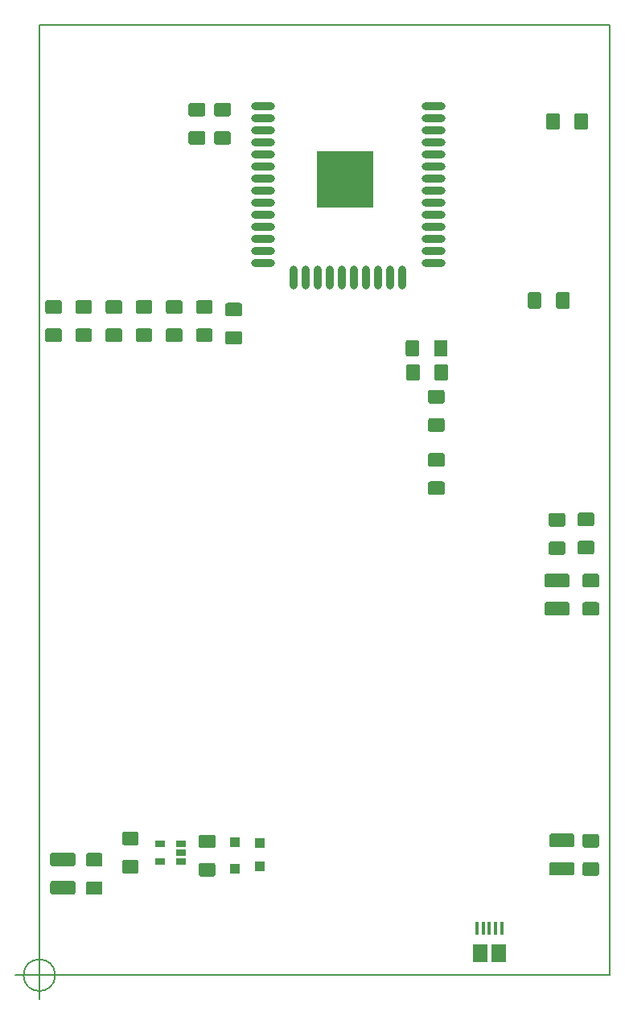
<source format=gbr>
%TF.GenerationSoftware,KiCad,Pcbnew,(5.0.1)-3*%
%TF.CreationDate,2018-11-18T09:55:05+01:00*%
%TF.ProjectId,ESP32-wood-beam-lamp,45535033322D776F6F642D6265616D2D,rev?*%
%TF.SameCoordinates,Original*%
%TF.FileFunction,Paste,Top*%
%TF.FilePolarity,Positive*%
%FSLAX46Y46*%
G04 Gerber Fmt 4.6, Leading zero omitted, Abs format (unit mm)*
G04 Created by KiCad (PCBNEW (5.0.1)-3) date 18.11.2018 09:55:05*
%MOMM*%
%LPD*%
G01*
G04 APERTURE LIST*
%ADD10C,0.150000*%
%ADD11C,1.425000*%
%ADD12R,1.100000X1.100000*%
%ADD13R,1.000000X1.000000*%
%ADD14R,1.500000X1.900000*%
%ADD15R,0.400000X1.350000*%
%ADD16R,1.060000X0.650000*%
%ADD17O,2.500000X0.900000*%
%ADD18O,0.900000X2.500000*%
%ADD19R,6.000000X6.000000*%
G04 APERTURE END LIST*
D10*
X41666666Y-130000000D02*
G75*
G03X41666666Y-130000000I-1666666J0D01*
G01*
X37500000Y-130000000D02*
X42500000Y-130000000D01*
X40000000Y-127500000D02*
X40000000Y-132500000D01*
X40000000Y-130000000D02*
X40000000Y-30000000D01*
X100000000Y-130000000D02*
X40000000Y-130000000D01*
X100000000Y-30000000D02*
X100000000Y-130000000D01*
X40000000Y-30000000D02*
X100000000Y-30000000D01*
G36*
X82437504Y-75053704D02*
X82461773Y-75057304D01*
X82485571Y-75063265D01*
X82508671Y-75071530D01*
X82530849Y-75082020D01*
X82551893Y-75094633D01*
X82571598Y-75109247D01*
X82589777Y-75125723D01*
X82606253Y-75143902D01*
X82620867Y-75163607D01*
X82633480Y-75184651D01*
X82643970Y-75206829D01*
X82652235Y-75229929D01*
X82658196Y-75253727D01*
X82661796Y-75277996D01*
X82663000Y-75302500D01*
X82663000Y-76227500D01*
X82661796Y-76252004D01*
X82658196Y-76276273D01*
X82652235Y-76300071D01*
X82643970Y-76323171D01*
X82633480Y-76345349D01*
X82620867Y-76366393D01*
X82606253Y-76386098D01*
X82589777Y-76404277D01*
X82571598Y-76420753D01*
X82551893Y-76435367D01*
X82530849Y-76447980D01*
X82508671Y-76458470D01*
X82485571Y-76466735D01*
X82461773Y-76472696D01*
X82437504Y-76476296D01*
X82413000Y-76477500D01*
X81163000Y-76477500D01*
X81138496Y-76476296D01*
X81114227Y-76472696D01*
X81090429Y-76466735D01*
X81067329Y-76458470D01*
X81045151Y-76447980D01*
X81024107Y-76435367D01*
X81004402Y-76420753D01*
X80986223Y-76404277D01*
X80969747Y-76386098D01*
X80955133Y-76366393D01*
X80942520Y-76345349D01*
X80932030Y-76323171D01*
X80923765Y-76300071D01*
X80917804Y-76276273D01*
X80914204Y-76252004D01*
X80913000Y-76227500D01*
X80913000Y-75302500D01*
X80914204Y-75277996D01*
X80917804Y-75253727D01*
X80923765Y-75229929D01*
X80932030Y-75206829D01*
X80942520Y-75184651D01*
X80955133Y-75163607D01*
X80969747Y-75143902D01*
X80986223Y-75125723D01*
X81004402Y-75109247D01*
X81024107Y-75094633D01*
X81045151Y-75082020D01*
X81067329Y-75071530D01*
X81090429Y-75063265D01*
X81114227Y-75057304D01*
X81138496Y-75053704D01*
X81163000Y-75052500D01*
X82413000Y-75052500D01*
X82437504Y-75053704D01*
X82437504Y-75053704D01*
G37*
D11*
X81788000Y-75765000D03*
D10*
G36*
X82437504Y-78028704D02*
X82461773Y-78032304D01*
X82485571Y-78038265D01*
X82508671Y-78046530D01*
X82530849Y-78057020D01*
X82551893Y-78069633D01*
X82571598Y-78084247D01*
X82589777Y-78100723D01*
X82606253Y-78118902D01*
X82620867Y-78138607D01*
X82633480Y-78159651D01*
X82643970Y-78181829D01*
X82652235Y-78204929D01*
X82658196Y-78228727D01*
X82661796Y-78252996D01*
X82663000Y-78277500D01*
X82663000Y-79202500D01*
X82661796Y-79227004D01*
X82658196Y-79251273D01*
X82652235Y-79275071D01*
X82643970Y-79298171D01*
X82633480Y-79320349D01*
X82620867Y-79341393D01*
X82606253Y-79361098D01*
X82589777Y-79379277D01*
X82571598Y-79395753D01*
X82551893Y-79410367D01*
X82530849Y-79422980D01*
X82508671Y-79433470D01*
X82485571Y-79441735D01*
X82461773Y-79447696D01*
X82437504Y-79451296D01*
X82413000Y-79452500D01*
X81163000Y-79452500D01*
X81138496Y-79451296D01*
X81114227Y-79447696D01*
X81090429Y-79441735D01*
X81067329Y-79433470D01*
X81045151Y-79422980D01*
X81024107Y-79410367D01*
X81004402Y-79395753D01*
X80986223Y-79379277D01*
X80969747Y-79361098D01*
X80955133Y-79341393D01*
X80942520Y-79320349D01*
X80932030Y-79298171D01*
X80923765Y-79275071D01*
X80917804Y-79251273D01*
X80914204Y-79227004D01*
X80913000Y-79202500D01*
X80913000Y-78277500D01*
X80914204Y-78252996D01*
X80917804Y-78228727D01*
X80923765Y-78204929D01*
X80932030Y-78181829D01*
X80942520Y-78159651D01*
X80955133Y-78138607D01*
X80969747Y-78118902D01*
X80986223Y-78100723D01*
X81004402Y-78084247D01*
X81024107Y-78069633D01*
X81045151Y-78057020D01*
X81067329Y-78046530D01*
X81090429Y-78038265D01*
X81114227Y-78032304D01*
X81138496Y-78028704D01*
X81163000Y-78027500D01*
X82413000Y-78027500D01*
X82437504Y-78028704D01*
X82437504Y-78028704D01*
G37*
D11*
X81788000Y-78740000D03*
D10*
G36*
X57228004Y-38188804D02*
X57252273Y-38192404D01*
X57276071Y-38198365D01*
X57299171Y-38206630D01*
X57321349Y-38217120D01*
X57342393Y-38229733D01*
X57362098Y-38244347D01*
X57380277Y-38260823D01*
X57396753Y-38279002D01*
X57411367Y-38298707D01*
X57423980Y-38319751D01*
X57434470Y-38341929D01*
X57442735Y-38365029D01*
X57448696Y-38388827D01*
X57452296Y-38413096D01*
X57453500Y-38437600D01*
X57453500Y-39362600D01*
X57452296Y-39387104D01*
X57448696Y-39411373D01*
X57442735Y-39435171D01*
X57434470Y-39458271D01*
X57423980Y-39480449D01*
X57411367Y-39501493D01*
X57396753Y-39521198D01*
X57380277Y-39539377D01*
X57362098Y-39555853D01*
X57342393Y-39570467D01*
X57321349Y-39583080D01*
X57299171Y-39593570D01*
X57276071Y-39601835D01*
X57252273Y-39607796D01*
X57228004Y-39611396D01*
X57203500Y-39612600D01*
X55953500Y-39612600D01*
X55928996Y-39611396D01*
X55904727Y-39607796D01*
X55880929Y-39601835D01*
X55857829Y-39593570D01*
X55835651Y-39583080D01*
X55814607Y-39570467D01*
X55794902Y-39555853D01*
X55776723Y-39539377D01*
X55760247Y-39521198D01*
X55745633Y-39501493D01*
X55733020Y-39480449D01*
X55722530Y-39458271D01*
X55714265Y-39435171D01*
X55708304Y-39411373D01*
X55704704Y-39387104D01*
X55703500Y-39362600D01*
X55703500Y-38437600D01*
X55704704Y-38413096D01*
X55708304Y-38388827D01*
X55714265Y-38365029D01*
X55722530Y-38341929D01*
X55733020Y-38319751D01*
X55745633Y-38298707D01*
X55760247Y-38279002D01*
X55776723Y-38260823D01*
X55794902Y-38244347D01*
X55814607Y-38229733D01*
X55835651Y-38217120D01*
X55857829Y-38206630D01*
X55880929Y-38198365D01*
X55904727Y-38192404D01*
X55928996Y-38188804D01*
X55953500Y-38187600D01*
X57203500Y-38187600D01*
X57228004Y-38188804D01*
X57228004Y-38188804D01*
G37*
D11*
X56578500Y-38900100D03*
D10*
G36*
X57228004Y-41163804D02*
X57252273Y-41167404D01*
X57276071Y-41173365D01*
X57299171Y-41181630D01*
X57321349Y-41192120D01*
X57342393Y-41204733D01*
X57362098Y-41219347D01*
X57380277Y-41235823D01*
X57396753Y-41254002D01*
X57411367Y-41273707D01*
X57423980Y-41294751D01*
X57434470Y-41316929D01*
X57442735Y-41340029D01*
X57448696Y-41363827D01*
X57452296Y-41388096D01*
X57453500Y-41412600D01*
X57453500Y-42337600D01*
X57452296Y-42362104D01*
X57448696Y-42386373D01*
X57442735Y-42410171D01*
X57434470Y-42433271D01*
X57423980Y-42455449D01*
X57411367Y-42476493D01*
X57396753Y-42496198D01*
X57380277Y-42514377D01*
X57362098Y-42530853D01*
X57342393Y-42545467D01*
X57321349Y-42558080D01*
X57299171Y-42568570D01*
X57276071Y-42576835D01*
X57252273Y-42582796D01*
X57228004Y-42586396D01*
X57203500Y-42587600D01*
X55953500Y-42587600D01*
X55928996Y-42586396D01*
X55904727Y-42582796D01*
X55880929Y-42576835D01*
X55857829Y-42568570D01*
X55835651Y-42558080D01*
X55814607Y-42545467D01*
X55794902Y-42530853D01*
X55776723Y-42514377D01*
X55760247Y-42496198D01*
X55745633Y-42476493D01*
X55733020Y-42455449D01*
X55722530Y-42433271D01*
X55714265Y-42410171D01*
X55708304Y-42386373D01*
X55704704Y-42362104D01*
X55703500Y-42337600D01*
X55703500Y-41412600D01*
X55704704Y-41388096D01*
X55708304Y-41363827D01*
X55714265Y-41340029D01*
X55722530Y-41316929D01*
X55733020Y-41294751D01*
X55745633Y-41273707D01*
X55760247Y-41254002D01*
X55776723Y-41235823D01*
X55794902Y-41219347D01*
X55814607Y-41204733D01*
X55835651Y-41192120D01*
X55857829Y-41181630D01*
X55880929Y-41173365D01*
X55904727Y-41167404D01*
X55928996Y-41163804D01*
X55953500Y-41162600D01*
X57203500Y-41162600D01*
X57228004Y-41163804D01*
X57228004Y-41163804D01*
G37*
D11*
X56578500Y-41875100D03*
D10*
G36*
X58307504Y-118189304D02*
X58331773Y-118192904D01*
X58355571Y-118198865D01*
X58378671Y-118207130D01*
X58400849Y-118217620D01*
X58421893Y-118230233D01*
X58441598Y-118244847D01*
X58459777Y-118261323D01*
X58476253Y-118279502D01*
X58490867Y-118299207D01*
X58503480Y-118320251D01*
X58513970Y-118342429D01*
X58522235Y-118365529D01*
X58528196Y-118389327D01*
X58531796Y-118413596D01*
X58533000Y-118438100D01*
X58533000Y-119363100D01*
X58531796Y-119387604D01*
X58528196Y-119411873D01*
X58522235Y-119435671D01*
X58513970Y-119458771D01*
X58503480Y-119480949D01*
X58490867Y-119501993D01*
X58476253Y-119521698D01*
X58459777Y-119539877D01*
X58441598Y-119556353D01*
X58421893Y-119570967D01*
X58400849Y-119583580D01*
X58378671Y-119594070D01*
X58355571Y-119602335D01*
X58331773Y-119608296D01*
X58307504Y-119611896D01*
X58283000Y-119613100D01*
X57033000Y-119613100D01*
X57008496Y-119611896D01*
X56984227Y-119608296D01*
X56960429Y-119602335D01*
X56937329Y-119594070D01*
X56915151Y-119583580D01*
X56894107Y-119570967D01*
X56874402Y-119556353D01*
X56856223Y-119539877D01*
X56839747Y-119521698D01*
X56825133Y-119501993D01*
X56812520Y-119480949D01*
X56802030Y-119458771D01*
X56793765Y-119435671D01*
X56787804Y-119411873D01*
X56784204Y-119387604D01*
X56783000Y-119363100D01*
X56783000Y-118438100D01*
X56784204Y-118413596D01*
X56787804Y-118389327D01*
X56793765Y-118365529D01*
X56802030Y-118342429D01*
X56812520Y-118320251D01*
X56825133Y-118299207D01*
X56839747Y-118279502D01*
X56856223Y-118261323D01*
X56874402Y-118244847D01*
X56894107Y-118230233D01*
X56915151Y-118217620D01*
X56937329Y-118207130D01*
X56960429Y-118198865D01*
X56984227Y-118192904D01*
X57008496Y-118189304D01*
X57033000Y-118188100D01*
X58283000Y-118188100D01*
X58307504Y-118189304D01*
X58307504Y-118189304D01*
G37*
D11*
X57658000Y-118900600D03*
D10*
G36*
X58307504Y-115214304D02*
X58331773Y-115217904D01*
X58355571Y-115223865D01*
X58378671Y-115232130D01*
X58400849Y-115242620D01*
X58421893Y-115255233D01*
X58441598Y-115269847D01*
X58459777Y-115286323D01*
X58476253Y-115304502D01*
X58490867Y-115324207D01*
X58503480Y-115345251D01*
X58513970Y-115367429D01*
X58522235Y-115390529D01*
X58528196Y-115414327D01*
X58531796Y-115438596D01*
X58533000Y-115463100D01*
X58533000Y-116388100D01*
X58531796Y-116412604D01*
X58528196Y-116436873D01*
X58522235Y-116460671D01*
X58513970Y-116483771D01*
X58503480Y-116505949D01*
X58490867Y-116526993D01*
X58476253Y-116546698D01*
X58459777Y-116564877D01*
X58441598Y-116581353D01*
X58421893Y-116595967D01*
X58400849Y-116608580D01*
X58378671Y-116619070D01*
X58355571Y-116627335D01*
X58331773Y-116633296D01*
X58307504Y-116636896D01*
X58283000Y-116638100D01*
X57033000Y-116638100D01*
X57008496Y-116636896D01*
X56984227Y-116633296D01*
X56960429Y-116627335D01*
X56937329Y-116619070D01*
X56915151Y-116608580D01*
X56894107Y-116595967D01*
X56874402Y-116581353D01*
X56856223Y-116564877D01*
X56839747Y-116546698D01*
X56825133Y-116526993D01*
X56812520Y-116505949D01*
X56802030Y-116483771D01*
X56793765Y-116460671D01*
X56787804Y-116436873D01*
X56784204Y-116412604D01*
X56783000Y-116388100D01*
X56783000Y-115463100D01*
X56784204Y-115438596D01*
X56787804Y-115414327D01*
X56793765Y-115390529D01*
X56802030Y-115367429D01*
X56812520Y-115345251D01*
X56825133Y-115324207D01*
X56839747Y-115304502D01*
X56856223Y-115286323D01*
X56874402Y-115269847D01*
X56894107Y-115255233D01*
X56915151Y-115242620D01*
X56937329Y-115232130D01*
X56960429Y-115223865D01*
X56984227Y-115217904D01*
X57008496Y-115214304D01*
X57033000Y-115213100D01*
X58283000Y-115213100D01*
X58307504Y-115214304D01*
X58307504Y-115214304D01*
G37*
D11*
X57658000Y-115925600D03*
D10*
G36*
X59920404Y-41163804D02*
X59944673Y-41167404D01*
X59968471Y-41173365D01*
X59991571Y-41181630D01*
X60013749Y-41192120D01*
X60034793Y-41204733D01*
X60054498Y-41219347D01*
X60072677Y-41235823D01*
X60089153Y-41254002D01*
X60103767Y-41273707D01*
X60116380Y-41294751D01*
X60126870Y-41316929D01*
X60135135Y-41340029D01*
X60141096Y-41363827D01*
X60144696Y-41388096D01*
X60145900Y-41412600D01*
X60145900Y-42337600D01*
X60144696Y-42362104D01*
X60141096Y-42386373D01*
X60135135Y-42410171D01*
X60126870Y-42433271D01*
X60116380Y-42455449D01*
X60103767Y-42476493D01*
X60089153Y-42496198D01*
X60072677Y-42514377D01*
X60054498Y-42530853D01*
X60034793Y-42545467D01*
X60013749Y-42558080D01*
X59991571Y-42568570D01*
X59968471Y-42576835D01*
X59944673Y-42582796D01*
X59920404Y-42586396D01*
X59895900Y-42587600D01*
X58645900Y-42587600D01*
X58621396Y-42586396D01*
X58597127Y-42582796D01*
X58573329Y-42576835D01*
X58550229Y-42568570D01*
X58528051Y-42558080D01*
X58507007Y-42545467D01*
X58487302Y-42530853D01*
X58469123Y-42514377D01*
X58452647Y-42496198D01*
X58438033Y-42476493D01*
X58425420Y-42455449D01*
X58414930Y-42433271D01*
X58406665Y-42410171D01*
X58400704Y-42386373D01*
X58397104Y-42362104D01*
X58395900Y-42337600D01*
X58395900Y-41412600D01*
X58397104Y-41388096D01*
X58400704Y-41363827D01*
X58406665Y-41340029D01*
X58414930Y-41316929D01*
X58425420Y-41294751D01*
X58438033Y-41273707D01*
X58452647Y-41254002D01*
X58469123Y-41235823D01*
X58487302Y-41219347D01*
X58507007Y-41204733D01*
X58528051Y-41192120D01*
X58550229Y-41181630D01*
X58573329Y-41173365D01*
X58597127Y-41167404D01*
X58621396Y-41163804D01*
X58645900Y-41162600D01*
X59895900Y-41162600D01*
X59920404Y-41163804D01*
X59920404Y-41163804D01*
G37*
D11*
X59270900Y-41875100D03*
D10*
G36*
X59920404Y-38188804D02*
X59944673Y-38192404D01*
X59968471Y-38198365D01*
X59991571Y-38206630D01*
X60013749Y-38217120D01*
X60034793Y-38229733D01*
X60054498Y-38244347D01*
X60072677Y-38260823D01*
X60089153Y-38279002D01*
X60103767Y-38298707D01*
X60116380Y-38319751D01*
X60126870Y-38341929D01*
X60135135Y-38365029D01*
X60141096Y-38388827D01*
X60144696Y-38413096D01*
X60145900Y-38437600D01*
X60145900Y-39362600D01*
X60144696Y-39387104D01*
X60141096Y-39411373D01*
X60135135Y-39435171D01*
X60126870Y-39458271D01*
X60116380Y-39480449D01*
X60103767Y-39501493D01*
X60089153Y-39521198D01*
X60072677Y-39539377D01*
X60054498Y-39555853D01*
X60034793Y-39570467D01*
X60013749Y-39583080D01*
X59991571Y-39593570D01*
X59968471Y-39601835D01*
X59944673Y-39607796D01*
X59920404Y-39611396D01*
X59895900Y-39612600D01*
X58645900Y-39612600D01*
X58621396Y-39611396D01*
X58597127Y-39607796D01*
X58573329Y-39601835D01*
X58550229Y-39593570D01*
X58528051Y-39583080D01*
X58507007Y-39570467D01*
X58487302Y-39555853D01*
X58469123Y-39539377D01*
X58452647Y-39521198D01*
X58438033Y-39501493D01*
X58425420Y-39480449D01*
X58414930Y-39458271D01*
X58406665Y-39435171D01*
X58400704Y-39411373D01*
X58397104Y-39387104D01*
X58395900Y-39362600D01*
X58395900Y-38437600D01*
X58397104Y-38413096D01*
X58400704Y-38388827D01*
X58406665Y-38365029D01*
X58414930Y-38341929D01*
X58425420Y-38319751D01*
X58438033Y-38298707D01*
X58452647Y-38279002D01*
X58469123Y-38260823D01*
X58487302Y-38244347D01*
X58507007Y-38229733D01*
X58528051Y-38217120D01*
X58550229Y-38206630D01*
X58573329Y-38198365D01*
X58597127Y-38192404D01*
X58621396Y-38188804D01*
X58645900Y-38187600D01*
X59895900Y-38187600D01*
X59920404Y-38188804D01*
X59920404Y-38188804D01*
G37*
D11*
X59270900Y-38900100D03*
D10*
G36*
X50230304Y-117870204D02*
X50254573Y-117873804D01*
X50278371Y-117879765D01*
X50301471Y-117888030D01*
X50323649Y-117898520D01*
X50344693Y-117911133D01*
X50364398Y-117925747D01*
X50382577Y-117942223D01*
X50399053Y-117960402D01*
X50413667Y-117980107D01*
X50426280Y-118001151D01*
X50436770Y-118023329D01*
X50445035Y-118046429D01*
X50450996Y-118070227D01*
X50454596Y-118094496D01*
X50455800Y-118119000D01*
X50455800Y-119044000D01*
X50454596Y-119068504D01*
X50450996Y-119092773D01*
X50445035Y-119116571D01*
X50436770Y-119139671D01*
X50426280Y-119161849D01*
X50413667Y-119182893D01*
X50399053Y-119202598D01*
X50382577Y-119220777D01*
X50364398Y-119237253D01*
X50344693Y-119251867D01*
X50323649Y-119264480D01*
X50301471Y-119274970D01*
X50278371Y-119283235D01*
X50254573Y-119289196D01*
X50230304Y-119292796D01*
X50205800Y-119294000D01*
X48955800Y-119294000D01*
X48931296Y-119292796D01*
X48907027Y-119289196D01*
X48883229Y-119283235D01*
X48860129Y-119274970D01*
X48837951Y-119264480D01*
X48816907Y-119251867D01*
X48797202Y-119237253D01*
X48779023Y-119220777D01*
X48762547Y-119202598D01*
X48747933Y-119182893D01*
X48735320Y-119161849D01*
X48724830Y-119139671D01*
X48716565Y-119116571D01*
X48710604Y-119092773D01*
X48707004Y-119068504D01*
X48705800Y-119044000D01*
X48705800Y-118119000D01*
X48707004Y-118094496D01*
X48710604Y-118070227D01*
X48716565Y-118046429D01*
X48724830Y-118023329D01*
X48735320Y-118001151D01*
X48747933Y-117980107D01*
X48762547Y-117960402D01*
X48779023Y-117942223D01*
X48797202Y-117925747D01*
X48816907Y-117911133D01*
X48837951Y-117898520D01*
X48860129Y-117888030D01*
X48883229Y-117879765D01*
X48907027Y-117873804D01*
X48931296Y-117870204D01*
X48955800Y-117869000D01*
X50205800Y-117869000D01*
X50230304Y-117870204D01*
X50230304Y-117870204D01*
G37*
D11*
X49580800Y-118581500D03*
D10*
G36*
X50230304Y-114895204D02*
X50254573Y-114898804D01*
X50278371Y-114904765D01*
X50301471Y-114913030D01*
X50323649Y-114923520D01*
X50344693Y-114936133D01*
X50364398Y-114950747D01*
X50382577Y-114967223D01*
X50399053Y-114985402D01*
X50413667Y-115005107D01*
X50426280Y-115026151D01*
X50436770Y-115048329D01*
X50445035Y-115071429D01*
X50450996Y-115095227D01*
X50454596Y-115119496D01*
X50455800Y-115144000D01*
X50455800Y-116069000D01*
X50454596Y-116093504D01*
X50450996Y-116117773D01*
X50445035Y-116141571D01*
X50436770Y-116164671D01*
X50426280Y-116186849D01*
X50413667Y-116207893D01*
X50399053Y-116227598D01*
X50382577Y-116245777D01*
X50364398Y-116262253D01*
X50344693Y-116276867D01*
X50323649Y-116289480D01*
X50301471Y-116299970D01*
X50278371Y-116308235D01*
X50254573Y-116314196D01*
X50230304Y-116317796D01*
X50205800Y-116319000D01*
X48955800Y-116319000D01*
X48931296Y-116317796D01*
X48907027Y-116314196D01*
X48883229Y-116308235D01*
X48860129Y-116299970D01*
X48837951Y-116289480D01*
X48816907Y-116276867D01*
X48797202Y-116262253D01*
X48779023Y-116245777D01*
X48762547Y-116227598D01*
X48747933Y-116207893D01*
X48735320Y-116186849D01*
X48724830Y-116164671D01*
X48716565Y-116141571D01*
X48710604Y-116117773D01*
X48707004Y-116093504D01*
X48705800Y-116069000D01*
X48705800Y-115144000D01*
X48707004Y-115119496D01*
X48710604Y-115095227D01*
X48716565Y-115071429D01*
X48724830Y-115048329D01*
X48735320Y-115026151D01*
X48747933Y-115005107D01*
X48762547Y-114985402D01*
X48779023Y-114967223D01*
X48797202Y-114950747D01*
X48816907Y-114936133D01*
X48837951Y-114923520D01*
X48860129Y-114913030D01*
X48883229Y-114904765D01*
X48907027Y-114898804D01*
X48931296Y-114895204D01*
X48955800Y-114894000D01*
X50205800Y-114894000D01*
X50230304Y-114895204D01*
X50230304Y-114895204D01*
G37*
D11*
X49580800Y-115606500D03*
D10*
G36*
X92609604Y-58105004D02*
X92633873Y-58108604D01*
X92657671Y-58114565D01*
X92680771Y-58122830D01*
X92702949Y-58133320D01*
X92723993Y-58145933D01*
X92743698Y-58160547D01*
X92761877Y-58177023D01*
X92778353Y-58195202D01*
X92792967Y-58214907D01*
X92805580Y-58235951D01*
X92816070Y-58258129D01*
X92824335Y-58281229D01*
X92830296Y-58305027D01*
X92833896Y-58329296D01*
X92835100Y-58353800D01*
X92835100Y-59603800D01*
X92833896Y-59628304D01*
X92830296Y-59652573D01*
X92824335Y-59676371D01*
X92816070Y-59699471D01*
X92805580Y-59721649D01*
X92792967Y-59742693D01*
X92778353Y-59762398D01*
X92761877Y-59780577D01*
X92743698Y-59797053D01*
X92723993Y-59811667D01*
X92702949Y-59824280D01*
X92680771Y-59834770D01*
X92657671Y-59843035D01*
X92633873Y-59848996D01*
X92609604Y-59852596D01*
X92585100Y-59853800D01*
X91660100Y-59853800D01*
X91635596Y-59852596D01*
X91611327Y-59848996D01*
X91587529Y-59843035D01*
X91564429Y-59834770D01*
X91542251Y-59824280D01*
X91521207Y-59811667D01*
X91501502Y-59797053D01*
X91483323Y-59780577D01*
X91466847Y-59762398D01*
X91452233Y-59742693D01*
X91439620Y-59721649D01*
X91429130Y-59699471D01*
X91420865Y-59676371D01*
X91414904Y-59652573D01*
X91411304Y-59628304D01*
X91410100Y-59603800D01*
X91410100Y-58353800D01*
X91411304Y-58329296D01*
X91414904Y-58305027D01*
X91420865Y-58281229D01*
X91429130Y-58258129D01*
X91439620Y-58235951D01*
X91452233Y-58214907D01*
X91466847Y-58195202D01*
X91483323Y-58177023D01*
X91501502Y-58160547D01*
X91521207Y-58145933D01*
X91542251Y-58133320D01*
X91564429Y-58122830D01*
X91587529Y-58114565D01*
X91611327Y-58108604D01*
X91635596Y-58105004D01*
X91660100Y-58103800D01*
X92585100Y-58103800D01*
X92609604Y-58105004D01*
X92609604Y-58105004D01*
G37*
D11*
X92122600Y-58978800D03*
D10*
G36*
X95584604Y-58105004D02*
X95608873Y-58108604D01*
X95632671Y-58114565D01*
X95655771Y-58122830D01*
X95677949Y-58133320D01*
X95698993Y-58145933D01*
X95718698Y-58160547D01*
X95736877Y-58177023D01*
X95753353Y-58195202D01*
X95767967Y-58214907D01*
X95780580Y-58235951D01*
X95791070Y-58258129D01*
X95799335Y-58281229D01*
X95805296Y-58305027D01*
X95808896Y-58329296D01*
X95810100Y-58353800D01*
X95810100Y-59603800D01*
X95808896Y-59628304D01*
X95805296Y-59652573D01*
X95799335Y-59676371D01*
X95791070Y-59699471D01*
X95780580Y-59721649D01*
X95767967Y-59742693D01*
X95753353Y-59762398D01*
X95736877Y-59780577D01*
X95718698Y-59797053D01*
X95698993Y-59811667D01*
X95677949Y-59824280D01*
X95655771Y-59834770D01*
X95632671Y-59843035D01*
X95608873Y-59848996D01*
X95584604Y-59852596D01*
X95560100Y-59853800D01*
X94635100Y-59853800D01*
X94610596Y-59852596D01*
X94586327Y-59848996D01*
X94562529Y-59843035D01*
X94539429Y-59834770D01*
X94517251Y-59824280D01*
X94496207Y-59811667D01*
X94476502Y-59797053D01*
X94458323Y-59780577D01*
X94441847Y-59762398D01*
X94427233Y-59742693D01*
X94414620Y-59721649D01*
X94404130Y-59699471D01*
X94395865Y-59676371D01*
X94389904Y-59652573D01*
X94386304Y-59628304D01*
X94385100Y-59603800D01*
X94385100Y-58353800D01*
X94386304Y-58329296D01*
X94389904Y-58305027D01*
X94395865Y-58281229D01*
X94404130Y-58258129D01*
X94414620Y-58235951D01*
X94427233Y-58214907D01*
X94441847Y-58195202D01*
X94458323Y-58177023D01*
X94476502Y-58160547D01*
X94496207Y-58145933D01*
X94517251Y-58133320D01*
X94539429Y-58122830D01*
X94562529Y-58114565D01*
X94586327Y-58108604D01*
X94610596Y-58105004D01*
X94635100Y-58103800D01*
X95560100Y-58103800D01*
X95584604Y-58105004D01*
X95584604Y-58105004D01*
G37*
D11*
X95097600Y-58978800D03*
D10*
G36*
X51664504Y-58958704D02*
X51688773Y-58962304D01*
X51712571Y-58968265D01*
X51735671Y-58976530D01*
X51757849Y-58987020D01*
X51778893Y-58999633D01*
X51798598Y-59014247D01*
X51816777Y-59030723D01*
X51833253Y-59048902D01*
X51847867Y-59068607D01*
X51860480Y-59089651D01*
X51870970Y-59111829D01*
X51879235Y-59134929D01*
X51885196Y-59158727D01*
X51888796Y-59182996D01*
X51890000Y-59207500D01*
X51890000Y-60132500D01*
X51888796Y-60157004D01*
X51885196Y-60181273D01*
X51879235Y-60205071D01*
X51870970Y-60228171D01*
X51860480Y-60250349D01*
X51847867Y-60271393D01*
X51833253Y-60291098D01*
X51816777Y-60309277D01*
X51798598Y-60325753D01*
X51778893Y-60340367D01*
X51757849Y-60352980D01*
X51735671Y-60363470D01*
X51712571Y-60371735D01*
X51688773Y-60377696D01*
X51664504Y-60381296D01*
X51640000Y-60382500D01*
X50390000Y-60382500D01*
X50365496Y-60381296D01*
X50341227Y-60377696D01*
X50317429Y-60371735D01*
X50294329Y-60363470D01*
X50272151Y-60352980D01*
X50251107Y-60340367D01*
X50231402Y-60325753D01*
X50213223Y-60309277D01*
X50196747Y-60291098D01*
X50182133Y-60271393D01*
X50169520Y-60250349D01*
X50159030Y-60228171D01*
X50150765Y-60205071D01*
X50144804Y-60181273D01*
X50141204Y-60157004D01*
X50140000Y-60132500D01*
X50140000Y-59207500D01*
X50141204Y-59182996D01*
X50144804Y-59158727D01*
X50150765Y-59134929D01*
X50159030Y-59111829D01*
X50169520Y-59089651D01*
X50182133Y-59068607D01*
X50196747Y-59048902D01*
X50213223Y-59030723D01*
X50231402Y-59014247D01*
X50251107Y-58999633D01*
X50272151Y-58987020D01*
X50294329Y-58976530D01*
X50317429Y-58968265D01*
X50341227Y-58962304D01*
X50365496Y-58958704D01*
X50390000Y-58957500D01*
X51640000Y-58957500D01*
X51664504Y-58958704D01*
X51664504Y-58958704D01*
G37*
D11*
X51015000Y-59670000D03*
D10*
G36*
X51664504Y-61933704D02*
X51688773Y-61937304D01*
X51712571Y-61943265D01*
X51735671Y-61951530D01*
X51757849Y-61962020D01*
X51778893Y-61974633D01*
X51798598Y-61989247D01*
X51816777Y-62005723D01*
X51833253Y-62023902D01*
X51847867Y-62043607D01*
X51860480Y-62064651D01*
X51870970Y-62086829D01*
X51879235Y-62109929D01*
X51885196Y-62133727D01*
X51888796Y-62157996D01*
X51890000Y-62182500D01*
X51890000Y-63107500D01*
X51888796Y-63132004D01*
X51885196Y-63156273D01*
X51879235Y-63180071D01*
X51870970Y-63203171D01*
X51860480Y-63225349D01*
X51847867Y-63246393D01*
X51833253Y-63266098D01*
X51816777Y-63284277D01*
X51798598Y-63300753D01*
X51778893Y-63315367D01*
X51757849Y-63327980D01*
X51735671Y-63338470D01*
X51712571Y-63346735D01*
X51688773Y-63352696D01*
X51664504Y-63356296D01*
X51640000Y-63357500D01*
X50390000Y-63357500D01*
X50365496Y-63356296D01*
X50341227Y-63352696D01*
X50317429Y-63346735D01*
X50294329Y-63338470D01*
X50272151Y-63327980D01*
X50251107Y-63315367D01*
X50231402Y-63300753D01*
X50213223Y-63284277D01*
X50196747Y-63266098D01*
X50182133Y-63246393D01*
X50169520Y-63225349D01*
X50159030Y-63203171D01*
X50150765Y-63180071D01*
X50144804Y-63156273D01*
X50141204Y-63132004D01*
X50140000Y-63107500D01*
X50140000Y-62182500D01*
X50141204Y-62157996D01*
X50144804Y-62133727D01*
X50150765Y-62109929D01*
X50159030Y-62086829D01*
X50169520Y-62064651D01*
X50182133Y-62043607D01*
X50196747Y-62023902D01*
X50213223Y-62005723D01*
X50231402Y-61989247D01*
X50251107Y-61974633D01*
X50272151Y-61962020D01*
X50294329Y-61951530D01*
X50317429Y-61943265D01*
X50341227Y-61937304D01*
X50365496Y-61933704D01*
X50390000Y-61932500D01*
X51640000Y-61932500D01*
X51664504Y-61933704D01*
X51664504Y-61933704D01*
G37*
D11*
X51015000Y-62645000D03*
D10*
G36*
X61101504Y-62207704D02*
X61125773Y-62211304D01*
X61149571Y-62217265D01*
X61172671Y-62225530D01*
X61194849Y-62236020D01*
X61215893Y-62248633D01*
X61235598Y-62263247D01*
X61253777Y-62279723D01*
X61270253Y-62297902D01*
X61284867Y-62317607D01*
X61297480Y-62338651D01*
X61307970Y-62360829D01*
X61316235Y-62383929D01*
X61322196Y-62407727D01*
X61325796Y-62431996D01*
X61327000Y-62456500D01*
X61327000Y-63381500D01*
X61325796Y-63406004D01*
X61322196Y-63430273D01*
X61316235Y-63454071D01*
X61307970Y-63477171D01*
X61297480Y-63499349D01*
X61284867Y-63520393D01*
X61270253Y-63540098D01*
X61253777Y-63558277D01*
X61235598Y-63574753D01*
X61215893Y-63589367D01*
X61194849Y-63601980D01*
X61172671Y-63612470D01*
X61149571Y-63620735D01*
X61125773Y-63626696D01*
X61101504Y-63630296D01*
X61077000Y-63631500D01*
X59827000Y-63631500D01*
X59802496Y-63630296D01*
X59778227Y-63626696D01*
X59754429Y-63620735D01*
X59731329Y-63612470D01*
X59709151Y-63601980D01*
X59688107Y-63589367D01*
X59668402Y-63574753D01*
X59650223Y-63558277D01*
X59633747Y-63540098D01*
X59619133Y-63520393D01*
X59606520Y-63499349D01*
X59596030Y-63477171D01*
X59587765Y-63454071D01*
X59581804Y-63430273D01*
X59578204Y-63406004D01*
X59577000Y-63381500D01*
X59577000Y-62456500D01*
X59578204Y-62431996D01*
X59581804Y-62407727D01*
X59587765Y-62383929D01*
X59596030Y-62360829D01*
X59606520Y-62338651D01*
X59619133Y-62317607D01*
X59633747Y-62297902D01*
X59650223Y-62279723D01*
X59668402Y-62263247D01*
X59688107Y-62248633D01*
X59709151Y-62236020D01*
X59731329Y-62225530D01*
X59754429Y-62217265D01*
X59778227Y-62211304D01*
X59802496Y-62207704D01*
X59827000Y-62206500D01*
X61077000Y-62206500D01*
X61101504Y-62207704D01*
X61101504Y-62207704D01*
G37*
D11*
X60452000Y-62919000D03*
D10*
G36*
X61101504Y-59232704D02*
X61125773Y-59236304D01*
X61149571Y-59242265D01*
X61172671Y-59250530D01*
X61194849Y-59261020D01*
X61215893Y-59273633D01*
X61235598Y-59288247D01*
X61253777Y-59304723D01*
X61270253Y-59322902D01*
X61284867Y-59342607D01*
X61297480Y-59363651D01*
X61307970Y-59385829D01*
X61316235Y-59408929D01*
X61322196Y-59432727D01*
X61325796Y-59456996D01*
X61327000Y-59481500D01*
X61327000Y-60406500D01*
X61325796Y-60431004D01*
X61322196Y-60455273D01*
X61316235Y-60479071D01*
X61307970Y-60502171D01*
X61297480Y-60524349D01*
X61284867Y-60545393D01*
X61270253Y-60565098D01*
X61253777Y-60583277D01*
X61235598Y-60599753D01*
X61215893Y-60614367D01*
X61194849Y-60626980D01*
X61172671Y-60637470D01*
X61149571Y-60645735D01*
X61125773Y-60651696D01*
X61101504Y-60655296D01*
X61077000Y-60656500D01*
X59827000Y-60656500D01*
X59802496Y-60655296D01*
X59778227Y-60651696D01*
X59754429Y-60645735D01*
X59731329Y-60637470D01*
X59709151Y-60626980D01*
X59688107Y-60614367D01*
X59668402Y-60599753D01*
X59650223Y-60583277D01*
X59633747Y-60565098D01*
X59619133Y-60545393D01*
X59606520Y-60524349D01*
X59596030Y-60502171D01*
X59587765Y-60479071D01*
X59581804Y-60455273D01*
X59578204Y-60431004D01*
X59577000Y-60406500D01*
X59577000Y-59481500D01*
X59578204Y-59456996D01*
X59581804Y-59432727D01*
X59587765Y-59408929D01*
X59596030Y-59385829D01*
X59606520Y-59363651D01*
X59619133Y-59342607D01*
X59633747Y-59322902D01*
X59650223Y-59304723D01*
X59668402Y-59288247D01*
X59688107Y-59273633D01*
X59709151Y-59261020D01*
X59731329Y-59250530D01*
X59754429Y-59242265D01*
X59778227Y-59236304D01*
X59802496Y-59232704D01*
X59827000Y-59231500D01*
X61077000Y-59231500D01*
X61101504Y-59232704D01*
X61101504Y-59232704D01*
G37*
D11*
X60452000Y-59944000D03*
D10*
G36*
X58014504Y-58958704D02*
X58038773Y-58962304D01*
X58062571Y-58968265D01*
X58085671Y-58976530D01*
X58107849Y-58987020D01*
X58128893Y-58999633D01*
X58148598Y-59014247D01*
X58166777Y-59030723D01*
X58183253Y-59048902D01*
X58197867Y-59068607D01*
X58210480Y-59089651D01*
X58220970Y-59111829D01*
X58229235Y-59134929D01*
X58235196Y-59158727D01*
X58238796Y-59182996D01*
X58240000Y-59207500D01*
X58240000Y-60132500D01*
X58238796Y-60157004D01*
X58235196Y-60181273D01*
X58229235Y-60205071D01*
X58220970Y-60228171D01*
X58210480Y-60250349D01*
X58197867Y-60271393D01*
X58183253Y-60291098D01*
X58166777Y-60309277D01*
X58148598Y-60325753D01*
X58128893Y-60340367D01*
X58107849Y-60352980D01*
X58085671Y-60363470D01*
X58062571Y-60371735D01*
X58038773Y-60377696D01*
X58014504Y-60381296D01*
X57990000Y-60382500D01*
X56740000Y-60382500D01*
X56715496Y-60381296D01*
X56691227Y-60377696D01*
X56667429Y-60371735D01*
X56644329Y-60363470D01*
X56622151Y-60352980D01*
X56601107Y-60340367D01*
X56581402Y-60325753D01*
X56563223Y-60309277D01*
X56546747Y-60291098D01*
X56532133Y-60271393D01*
X56519520Y-60250349D01*
X56509030Y-60228171D01*
X56500765Y-60205071D01*
X56494804Y-60181273D01*
X56491204Y-60157004D01*
X56490000Y-60132500D01*
X56490000Y-59207500D01*
X56491204Y-59182996D01*
X56494804Y-59158727D01*
X56500765Y-59134929D01*
X56509030Y-59111829D01*
X56519520Y-59089651D01*
X56532133Y-59068607D01*
X56546747Y-59048902D01*
X56563223Y-59030723D01*
X56581402Y-59014247D01*
X56601107Y-58999633D01*
X56622151Y-58987020D01*
X56644329Y-58976530D01*
X56667429Y-58968265D01*
X56691227Y-58962304D01*
X56715496Y-58958704D01*
X56740000Y-58957500D01*
X57990000Y-58957500D01*
X58014504Y-58958704D01*
X58014504Y-58958704D01*
G37*
D11*
X57365000Y-59670000D03*
D10*
G36*
X58014504Y-61933704D02*
X58038773Y-61937304D01*
X58062571Y-61943265D01*
X58085671Y-61951530D01*
X58107849Y-61962020D01*
X58128893Y-61974633D01*
X58148598Y-61989247D01*
X58166777Y-62005723D01*
X58183253Y-62023902D01*
X58197867Y-62043607D01*
X58210480Y-62064651D01*
X58220970Y-62086829D01*
X58229235Y-62109929D01*
X58235196Y-62133727D01*
X58238796Y-62157996D01*
X58240000Y-62182500D01*
X58240000Y-63107500D01*
X58238796Y-63132004D01*
X58235196Y-63156273D01*
X58229235Y-63180071D01*
X58220970Y-63203171D01*
X58210480Y-63225349D01*
X58197867Y-63246393D01*
X58183253Y-63266098D01*
X58166777Y-63284277D01*
X58148598Y-63300753D01*
X58128893Y-63315367D01*
X58107849Y-63327980D01*
X58085671Y-63338470D01*
X58062571Y-63346735D01*
X58038773Y-63352696D01*
X58014504Y-63356296D01*
X57990000Y-63357500D01*
X56740000Y-63357500D01*
X56715496Y-63356296D01*
X56691227Y-63352696D01*
X56667429Y-63346735D01*
X56644329Y-63338470D01*
X56622151Y-63327980D01*
X56601107Y-63315367D01*
X56581402Y-63300753D01*
X56563223Y-63284277D01*
X56546747Y-63266098D01*
X56532133Y-63246393D01*
X56519520Y-63225349D01*
X56509030Y-63203171D01*
X56500765Y-63180071D01*
X56494804Y-63156273D01*
X56491204Y-63132004D01*
X56490000Y-63107500D01*
X56490000Y-62182500D01*
X56491204Y-62157996D01*
X56494804Y-62133727D01*
X56500765Y-62109929D01*
X56509030Y-62086829D01*
X56519520Y-62064651D01*
X56532133Y-62043607D01*
X56546747Y-62023902D01*
X56563223Y-62005723D01*
X56581402Y-61989247D01*
X56601107Y-61974633D01*
X56622151Y-61962020D01*
X56644329Y-61951530D01*
X56667429Y-61943265D01*
X56691227Y-61937304D01*
X56715496Y-61933704D01*
X56740000Y-61932500D01*
X57990000Y-61932500D01*
X58014504Y-61933704D01*
X58014504Y-61933704D01*
G37*
D11*
X57365000Y-62645000D03*
D12*
X60579000Y-116001800D03*
X60579000Y-118801800D03*
D13*
X63220600Y-116052600D03*
X63220600Y-118552600D03*
D10*
G36*
X43568304Y-117116104D02*
X43592573Y-117119704D01*
X43616371Y-117125665D01*
X43639471Y-117133930D01*
X43661649Y-117144420D01*
X43682693Y-117157033D01*
X43702398Y-117171647D01*
X43720577Y-117188123D01*
X43737053Y-117206302D01*
X43751667Y-117226007D01*
X43764280Y-117247051D01*
X43774770Y-117269229D01*
X43783035Y-117292329D01*
X43788996Y-117316127D01*
X43792596Y-117340396D01*
X43793800Y-117364900D01*
X43793800Y-118289900D01*
X43792596Y-118314404D01*
X43788996Y-118338673D01*
X43783035Y-118362471D01*
X43774770Y-118385571D01*
X43764280Y-118407749D01*
X43751667Y-118428793D01*
X43737053Y-118448498D01*
X43720577Y-118466677D01*
X43702398Y-118483153D01*
X43682693Y-118497767D01*
X43661649Y-118510380D01*
X43639471Y-118520870D01*
X43616371Y-118529135D01*
X43592573Y-118535096D01*
X43568304Y-118538696D01*
X43543800Y-118539900D01*
X41393800Y-118539900D01*
X41369296Y-118538696D01*
X41345027Y-118535096D01*
X41321229Y-118529135D01*
X41298129Y-118520870D01*
X41275951Y-118510380D01*
X41254907Y-118497767D01*
X41235202Y-118483153D01*
X41217023Y-118466677D01*
X41200547Y-118448498D01*
X41185933Y-118428793D01*
X41173320Y-118407749D01*
X41162830Y-118385571D01*
X41154565Y-118362471D01*
X41148604Y-118338673D01*
X41145004Y-118314404D01*
X41143800Y-118289900D01*
X41143800Y-117364900D01*
X41145004Y-117340396D01*
X41148604Y-117316127D01*
X41154565Y-117292329D01*
X41162830Y-117269229D01*
X41173320Y-117247051D01*
X41185933Y-117226007D01*
X41200547Y-117206302D01*
X41217023Y-117188123D01*
X41235202Y-117171647D01*
X41254907Y-117157033D01*
X41275951Y-117144420D01*
X41298129Y-117133930D01*
X41321229Y-117125665D01*
X41345027Y-117119704D01*
X41369296Y-117116104D01*
X41393800Y-117114900D01*
X43543800Y-117114900D01*
X43568304Y-117116104D01*
X43568304Y-117116104D01*
G37*
D11*
X42468800Y-117827400D03*
D10*
G36*
X43568304Y-120091104D02*
X43592573Y-120094704D01*
X43616371Y-120100665D01*
X43639471Y-120108930D01*
X43661649Y-120119420D01*
X43682693Y-120132033D01*
X43702398Y-120146647D01*
X43720577Y-120163123D01*
X43737053Y-120181302D01*
X43751667Y-120201007D01*
X43764280Y-120222051D01*
X43774770Y-120244229D01*
X43783035Y-120267329D01*
X43788996Y-120291127D01*
X43792596Y-120315396D01*
X43793800Y-120339900D01*
X43793800Y-121264900D01*
X43792596Y-121289404D01*
X43788996Y-121313673D01*
X43783035Y-121337471D01*
X43774770Y-121360571D01*
X43764280Y-121382749D01*
X43751667Y-121403793D01*
X43737053Y-121423498D01*
X43720577Y-121441677D01*
X43702398Y-121458153D01*
X43682693Y-121472767D01*
X43661649Y-121485380D01*
X43639471Y-121495870D01*
X43616371Y-121504135D01*
X43592573Y-121510096D01*
X43568304Y-121513696D01*
X43543800Y-121514900D01*
X41393800Y-121514900D01*
X41369296Y-121513696D01*
X41345027Y-121510096D01*
X41321229Y-121504135D01*
X41298129Y-121495870D01*
X41275951Y-121485380D01*
X41254907Y-121472767D01*
X41235202Y-121458153D01*
X41217023Y-121441677D01*
X41200547Y-121423498D01*
X41185933Y-121403793D01*
X41173320Y-121382749D01*
X41162830Y-121360571D01*
X41154565Y-121337471D01*
X41148604Y-121313673D01*
X41145004Y-121289404D01*
X41143800Y-121264900D01*
X41143800Y-120339900D01*
X41145004Y-120315396D01*
X41148604Y-120291127D01*
X41154565Y-120267329D01*
X41162830Y-120244229D01*
X41173320Y-120222051D01*
X41185933Y-120201007D01*
X41200547Y-120181302D01*
X41217023Y-120163123D01*
X41235202Y-120146647D01*
X41254907Y-120132033D01*
X41275951Y-120119420D01*
X41298129Y-120108930D01*
X41321229Y-120100665D01*
X41345027Y-120094704D01*
X41369296Y-120091104D01*
X41393800Y-120089900D01*
X43543800Y-120089900D01*
X43568304Y-120091104D01*
X43568304Y-120091104D01*
G37*
D11*
X42468800Y-120802400D03*
D10*
G36*
X96095504Y-118087704D02*
X96119773Y-118091304D01*
X96143571Y-118097265D01*
X96166671Y-118105530D01*
X96188849Y-118116020D01*
X96209893Y-118128633D01*
X96229598Y-118143247D01*
X96247777Y-118159723D01*
X96264253Y-118177902D01*
X96278867Y-118197607D01*
X96291480Y-118218651D01*
X96301970Y-118240829D01*
X96310235Y-118263929D01*
X96316196Y-118287727D01*
X96319796Y-118311996D01*
X96321000Y-118336500D01*
X96321000Y-119261500D01*
X96319796Y-119286004D01*
X96316196Y-119310273D01*
X96310235Y-119334071D01*
X96301970Y-119357171D01*
X96291480Y-119379349D01*
X96278867Y-119400393D01*
X96264253Y-119420098D01*
X96247777Y-119438277D01*
X96229598Y-119454753D01*
X96209893Y-119469367D01*
X96188849Y-119481980D01*
X96166671Y-119492470D01*
X96143571Y-119500735D01*
X96119773Y-119506696D01*
X96095504Y-119510296D01*
X96071000Y-119511500D01*
X93921000Y-119511500D01*
X93896496Y-119510296D01*
X93872227Y-119506696D01*
X93848429Y-119500735D01*
X93825329Y-119492470D01*
X93803151Y-119481980D01*
X93782107Y-119469367D01*
X93762402Y-119454753D01*
X93744223Y-119438277D01*
X93727747Y-119420098D01*
X93713133Y-119400393D01*
X93700520Y-119379349D01*
X93690030Y-119357171D01*
X93681765Y-119334071D01*
X93675804Y-119310273D01*
X93672204Y-119286004D01*
X93671000Y-119261500D01*
X93671000Y-118336500D01*
X93672204Y-118311996D01*
X93675804Y-118287727D01*
X93681765Y-118263929D01*
X93690030Y-118240829D01*
X93700520Y-118218651D01*
X93713133Y-118197607D01*
X93727747Y-118177902D01*
X93744223Y-118159723D01*
X93762402Y-118143247D01*
X93782107Y-118128633D01*
X93803151Y-118116020D01*
X93825329Y-118105530D01*
X93848429Y-118097265D01*
X93872227Y-118091304D01*
X93896496Y-118087704D01*
X93921000Y-118086500D01*
X96071000Y-118086500D01*
X96095504Y-118087704D01*
X96095504Y-118087704D01*
G37*
D11*
X94996000Y-118799000D03*
D10*
G36*
X96095504Y-115112704D02*
X96119773Y-115116304D01*
X96143571Y-115122265D01*
X96166671Y-115130530D01*
X96188849Y-115141020D01*
X96209893Y-115153633D01*
X96229598Y-115168247D01*
X96247777Y-115184723D01*
X96264253Y-115202902D01*
X96278867Y-115222607D01*
X96291480Y-115243651D01*
X96301970Y-115265829D01*
X96310235Y-115288929D01*
X96316196Y-115312727D01*
X96319796Y-115336996D01*
X96321000Y-115361500D01*
X96321000Y-116286500D01*
X96319796Y-116311004D01*
X96316196Y-116335273D01*
X96310235Y-116359071D01*
X96301970Y-116382171D01*
X96291480Y-116404349D01*
X96278867Y-116425393D01*
X96264253Y-116445098D01*
X96247777Y-116463277D01*
X96229598Y-116479753D01*
X96209893Y-116494367D01*
X96188849Y-116506980D01*
X96166671Y-116517470D01*
X96143571Y-116525735D01*
X96119773Y-116531696D01*
X96095504Y-116535296D01*
X96071000Y-116536500D01*
X93921000Y-116536500D01*
X93896496Y-116535296D01*
X93872227Y-116531696D01*
X93848429Y-116525735D01*
X93825329Y-116517470D01*
X93803151Y-116506980D01*
X93782107Y-116494367D01*
X93762402Y-116479753D01*
X93744223Y-116463277D01*
X93727747Y-116445098D01*
X93713133Y-116425393D01*
X93700520Y-116404349D01*
X93690030Y-116382171D01*
X93681765Y-116359071D01*
X93675804Y-116335273D01*
X93672204Y-116311004D01*
X93671000Y-116286500D01*
X93671000Y-115361500D01*
X93672204Y-115336996D01*
X93675804Y-115312727D01*
X93681765Y-115288929D01*
X93690030Y-115265829D01*
X93700520Y-115243651D01*
X93713133Y-115222607D01*
X93727747Y-115202902D01*
X93744223Y-115184723D01*
X93762402Y-115168247D01*
X93782107Y-115153633D01*
X93803151Y-115141020D01*
X93825329Y-115130530D01*
X93848429Y-115122265D01*
X93872227Y-115116304D01*
X93896496Y-115112704D01*
X93921000Y-115111500D01*
X96071000Y-115111500D01*
X96095504Y-115112704D01*
X96095504Y-115112704D01*
G37*
D11*
X94996000Y-115824000D03*
D10*
G36*
X95587504Y-90728704D02*
X95611773Y-90732304D01*
X95635571Y-90738265D01*
X95658671Y-90746530D01*
X95680849Y-90757020D01*
X95701893Y-90769633D01*
X95721598Y-90784247D01*
X95739777Y-90800723D01*
X95756253Y-90818902D01*
X95770867Y-90838607D01*
X95783480Y-90859651D01*
X95793970Y-90881829D01*
X95802235Y-90904929D01*
X95808196Y-90928727D01*
X95811796Y-90952996D01*
X95813000Y-90977500D01*
X95813000Y-91902500D01*
X95811796Y-91927004D01*
X95808196Y-91951273D01*
X95802235Y-91975071D01*
X95793970Y-91998171D01*
X95783480Y-92020349D01*
X95770867Y-92041393D01*
X95756253Y-92061098D01*
X95739777Y-92079277D01*
X95721598Y-92095753D01*
X95701893Y-92110367D01*
X95680849Y-92122980D01*
X95658671Y-92133470D01*
X95635571Y-92141735D01*
X95611773Y-92147696D01*
X95587504Y-92151296D01*
X95563000Y-92152500D01*
X93413000Y-92152500D01*
X93388496Y-92151296D01*
X93364227Y-92147696D01*
X93340429Y-92141735D01*
X93317329Y-92133470D01*
X93295151Y-92122980D01*
X93274107Y-92110367D01*
X93254402Y-92095753D01*
X93236223Y-92079277D01*
X93219747Y-92061098D01*
X93205133Y-92041393D01*
X93192520Y-92020349D01*
X93182030Y-91998171D01*
X93173765Y-91975071D01*
X93167804Y-91951273D01*
X93164204Y-91927004D01*
X93163000Y-91902500D01*
X93163000Y-90977500D01*
X93164204Y-90952996D01*
X93167804Y-90928727D01*
X93173765Y-90904929D01*
X93182030Y-90881829D01*
X93192520Y-90859651D01*
X93205133Y-90838607D01*
X93219747Y-90818902D01*
X93236223Y-90800723D01*
X93254402Y-90784247D01*
X93274107Y-90769633D01*
X93295151Y-90757020D01*
X93317329Y-90746530D01*
X93340429Y-90738265D01*
X93364227Y-90732304D01*
X93388496Y-90728704D01*
X93413000Y-90727500D01*
X95563000Y-90727500D01*
X95587504Y-90728704D01*
X95587504Y-90728704D01*
G37*
D11*
X94488000Y-91440000D03*
D10*
G36*
X95587504Y-87753704D02*
X95611773Y-87757304D01*
X95635571Y-87763265D01*
X95658671Y-87771530D01*
X95680849Y-87782020D01*
X95701893Y-87794633D01*
X95721598Y-87809247D01*
X95739777Y-87825723D01*
X95756253Y-87843902D01*
X95770867Y-87863607D01*
X95783480Y-87884651D01*
X95793970Y-87906829D01*
X95802235Y-87929929D01*
X95808196Y-87953727D01*
X95811796Y-87977996D01*
X95813000Y-88002500D01*
X95813000Y-88927500D01*
X95811796Y-88952004D01*
X95808196Y-88976273D01*
X95802235Y-89000071D01*
X95793970Y-89023171D01*
X95783480Y-89045349D01*
X95770867Y-89066393D01*
X95756253Y-89086098D01*
X95739777Y-89104277D01*
X95721598Y-89120753D01*
X95701893Y-89135367D01*
X95680849Y-89147980D01*
X95658671Y-89158470D01*
X95635571Y-89166735D01*
X95611773Y-89172696D01*
X95587504Y-89176296D01*
X95563000Y-89177500D01*
X93413000Y-89177500D01*
X93388496Y-89176296D01*
X93364227Y-89172696D01*
X93340429Y-89166735D01*
X93317329Y-89158470D01*
X93295151Y-89147980D01*
X93274107Y-89135367D01*
X93254402Y-89120753D01*
X93236223Y-89104277D01*
X93219747Y-89086098D01*
X93205133Y-89066393D01*
X93192520Y-89045349D01*
X93182030Y-89023171D01*
X93173765Y-89000071D01*
X93167804Y-88976273D01*
X93164204Y-88952004D01*
X93163000Y-88927500D01*
X93163000Y-88002500D01*
X93164204Y-87977996D01*
X93167804Y-87953727D01*
X93173765Y-87929929D01*
X93182030Y-87906829D01*
X93192520Y-87884651D01*
X93205133Y-87863607D01*
X93219747Y-87843902D01*
X93236223Y-87825723D01*
X93254402Y-87809247D01*
X93274107Y-87794633D01*
X93295151Y-87782020D01*
X93317329Y-87771530D01*
X93340429Y-87763265D01*
X93364227Y-87757304D01*
X93388496Y-87753704D01*
X93413000Y-87752500D01*
X95563000Y-87752500D01*
X95587504Y-87753704D01*
X95587504Y-87753704D01*
G37*
D11*
X94488000Y-88465000D03*
D14*
X88376000Y-127729500D03*
D15*
X86726000Y-125029500D03*
X86076000Y-125029500D03*
X88676000Y-125029500D03*
X88026000Y-125029500D03*
X87376000Y-125029500D03*
D14*
X86376000Y-127729500D03*
D10*
G36*
X94540004Y-39258204D02*
X94564273Y-39261804D01*
X94588071Y-39267765D01*
X94611171Y-39276030D01*
X94633349Y-39286520D01*
X94654393Y-39299133D01*
X94674098Y-39313747D01*
X94692277Y-39330223D01*
X94708753Y-39348402D01*
X94723367Y-39368107D01*
X94735980Y-39389151D01*
X94746470Y-39411329D01*
X94754735Y-39434429D01*
X94760696Y-39458227D01*
X94764296Y-39482496D01*
X94765500Y-39507000D01*
X94765500Y-40757000D01*
X94764296Y-40781504D01*
X94760696Y-40805773D01*
X94754735Y-40829571D01*
X94746470Y-40852671D01*
X94735980Y-40874849D01*
X94723367Y-40895893D01*
X94708753Y-40915598D01*
X94692277Y-40933777D01*
X94674098Y-40950253D01*
X94654393Y-40964867D01*
X94633349Y-40977480D01*
X94611171Y-40987970D01*
X94588071Y-40996235D01*
X94564273Y-41002196D01*
X94540004Y-41005796D01*
X94515500Y-41007000D01*
X93590500Y-41007000D01*
X93565996Y-41005796D01*
X93541727Y-41002196D01*
X93517929Y-40996235D01*
X93494829Y-40987970D01*
X93472651Y-40977480D01*
X93451607Y-40964867D01*
X93431902Y-40950253D01*
X93413723Y-40933777D01*
X93397247Y-40915598D01*
X93382633Y-40895893D01*
X93370020Y-40874849D01*
X93359530Y-40852671D01*
X93351265Y-40829571D01*
X93345304Y-40805773D01*
X93341704Y-40781504D01*
X93340500Y-40757000D01*
X93340500Y-39507000D01*
X93341704Y-39482496D01*
X93345304Y-39458227D01*
X93351265Y-39434429D01*
X93359530Y-39411329D01*
X93370020Y-39389151D01*
X93382633Y-39368107D01*
X93397247Y-39348402D01*
X93413723Y-39330223D01*
X93431902Y-39313747D01*
X93451607Y-39299133D01*
X93472651Y-39286520D01*
X93494829Y-39276030D01*
X93517929Y-39267765D01*
X93541727Y-39261804D01*
X93565996Y-39258204D01*
X93590500Y-39257000D01*
X94515500Y-39257000D01*
X94540004Y-39258204D01*
X94540004Y-39258204D01*
G37*
D11*
X94053000Y-40132000D03*
D10*
G36*
X97515004Y-39258204D02*
X97539273Y-39261804D01*
X97563071Y-39267765D01*
X97586171Y-39276030D01*
X97608349Y-39286520D01*
X97629393Y-39299133D01*
X97649098Y-39313747D01*
X97667277Y-39330223D01*
X97683753Y-39348402D01*
X97698367Y-39368107D01*
X97710980Y-39389151D01*
X97721470Y-39411329D01*
X97729735Y-39434429D01*
X97735696Y-39458227D01*
X97739296Y-39482496D01*
X97740500Y-39507000D01*
X97740500Y-40757000D01*
X97739296Y-40781504D01*
X97735696Y-40805773D01*
X97729735Y-40829571D01*
X97721470Y-40852671D01*
X97710980Y-40874849D01*
X97698367Y-40895893D01*
X97683753Y-40915598D01*
X97667277Y-40933777D01*
X97649098Y-40950253D01*
X97629393Y-40964867D01*
X97608349Y-40977480D01*
X97586171Y-40987970D01*
X97563071Y-40996235D01*
X97539273Y-41002196D01*
X97515004Y-41005796D01*
X97490500Y-41007000D01*
X96565500Y-41007000D01*
X96540996Y-41005796D01*
X96516727Y-41002196D01*
X96492929Y-40996235D01*
X96469829Y-40987970D01*
X96447651Y-40977480D01*
X96426607Y-40964867D01*
X96406902Y-40950253D01*
X96388723Y-40933777D01*
X96372247Y-40915598D01*
X96357633Y-40895893D01*
X96345020Y-40874849D01*
X96334530Y-40852671D01*
X96326265Y-40829571D01*
X96320304Y-40805773D01*
X96316704Y-40781504D01*
X96315500Y-40757000D01*
X96315500Y-39507000D01*
X96316704Y-39482496D01*
X96320304Y-39458227D01*
X96326265Y-39434429D01*
X96334530Y-39411329D01*
X96345020Y-39389151D01*
X96357633Y-39368107D01*
X96372247Y-39348402D01*
X96388723Y-39330223D01*
X96406902Y-39313747D01*
X96426607Y-39299133D01*
X96447651Y-39286520D01*
X96469829Y-39276030D01*
X96492929Y-39267765D01*
X96516727Y-39261804D01*
X96540996Y-39258204D01*
X96565500Y-39257000D01*
X97490500Y-39257000D01*
X97515004Y-39258204D01*
X97515004Y-39258204D01*
G37*
D11*
X97028000Y-40132000D03*
D10*
G36*
X98185504Y-84277104D02*
X98209773Y-84280704D01*
X98233571Y-84286665D01*
X98256671Y-84294930D01*
X98278849Y-84305420D01*
X98299893Y-84318033D01*
X98319598Y-84332647D01*
X98337777Y-84349123D01*
X98354253Y-84367302D01*
X98368867Y-84387007D01*
X98381480Y-84408051D01*
X98391970Y-84430229D01*
X98400235Y-84453329D01*
X98406196Y-84477127D01*
X98409796Y-84501396D01*
X98411000Y-84525900D01*
X98411000Y-85450900D01*
X98409796Y-85475404D01*
X98406196Y-85499673D01*
X98400235Y-85523471D01*
X98391970Y-85546571D01*
X98381480Y-85568749D01*
X98368867Y-85589793D01*
X98354253Y-85609498D01*
X98337777Y-85627677D01*
X98319598Y-85644153D01*
X98299893Y-85658767D01*
X98278849Y-85671380D01*
X98256671Y-85681870D01*
X98233571Y-85690135D01*
X98209773Y-85696096D01*
X98185504Y-85699696D01*
X98161000Y-85700900D01*
X96911000Y-85700900D01*
X96886496Y-85699696D01*
X96862227Y-85696096D01*
X96838429Y-85690135D01*
X96815329Y-85681870D01*
X96793151Y-85671380D01*
X96772107Y-85658767D01*
X96752402Y-85644153D01*
X96734223Y-85627677D01*
X96717747Y-85609498D01*
X96703133Y-85589793D01*
X96690520Y-85568749D01*
X96680030Y-85546571D01*
X96671765Y-85523471D01*
X96665804Y-85499673D01*
X96662204Y-85475404D01*
X96661000Y-85450900D01*
X96661000Y-84525900D01*
X96662204Y-84501396D01*
X96665804Y-84477127D01*
X96671765Y-84453329D01*
X96680030Y-84430229D01*
X96690520Y-84408051D01*
X96703133Y-84387007D01*
X96717747Y-84367302D01*
X96734223Y-84349123D01*
X96752402Y-84332647D01*
X96772107Y-84318033D01*
X96793151Y-84305420D01*
X96815329Y-84294930D01*
X96838429Y-84286665D01*
X96862227Y-84280704D01*
X96886496Y-84277104D01*
X96911000Y-84275900D01*
X98161000Y-84275900D01*
X98185504Y-84277104D01*
X98185504Y-84277104D01*
G37*
D11*
X97536000Y-84988400D03*
D10*
G36*
X98185504Y-81302104D02*
X98209773Y-81305704D01*
X98233571Y-81311665D01*
X98256671Y-81319930D01*
X98278849Y-81330420D01*
X98299893Y-81343033D01*
X98319598Y-81357647D01*
X98337777Y-81374123D01*
X98354253Y-81392302D01*
X98368867Y-81412007D01*
X98381480Y-81433051D01*
X98391970Y-81455229D01*
X98400235Y-81478329D01*
X98406196Y-81502127D01*
X98409796Y-81526396D01*
X98411000Y-81550900D01*
X98411000Y-82475900D01*
X98409796Y-82500404D01*
X98406196Y-82524673D01*
X98400235Y-82548471D01*
X98391970Y-82571571D01*
X98381480Y-82593749D01*
X98368867Y-82614793D01*
X98354253Y-82634498D01*
X98337777Y-82652677D01*
X98319598Y-82669153D01*
X98299893Y-82683767D01*
X98278849Y-82696380D01*
X98256671Y-82706870D01*
X98233571Y-82715135D01*
X98209773Y-82721096D01*
X98185504Y-82724696D01*
X98161000Y-82725900D01*
X96911000Y-82725900D01*
X96886496Y-82724696D01*
X96862227Y-82721096D01*
X96838429Y-82715135D01*
X96815329Y-82706870D01*
X96793151Y-82696380D01*
X96772107Y-82683767D01*
X96752402Y-82669153D01*
X96734223Y-82652677D01*
X96717747Y-82634498D01*
X96703133Y-82614793D01*
X96690520Y-82593749D01*
X96680030Y-82571571D01*
X96671765Y-82548471D01*
X96665804Y-82524673D01*
X96662204Y-82500404D01*
X96661000Y-82475900D01*
X96661000Y-81550900D01*
X96662204Y-81526396D01*
X96665804Y-81502127D01*
X96671765Y-81478329D01*
X96680030Y-81455229D01*
X96690520Y-81433051D01*
X96703133Y-81412007D01*
X96717747Y-81392302D01*
X96734223Y-81374123D01*
X96752402Y-81357647D01*
X96772107Y-81343033D01*
X96793151Y-81330420D01*
X96815329Y-81319930D01*
X96838429Y-81311665D01*
X96862227Y-81305704D01*
X96886496Y-81302104D01*
X96911000Y-81300900D01*
X98161000Y-81300900D01*
X98185504Y-81302104D01*
X98185504Y-81302104D01*
G37*
D11*
X97536000Y-82013400D03*
D10*
G36*
X82746504Y-63134204D02*
X82770773Y-63137804D01*
X82794571Y-63143765D01*
X82817671Y-63152030D01*
X82839849Y-63162520D01*
X82860893Y-63175133D01*
X82880598Y-63189747D01*
X82898777Y-63206223D01*
X82915253Y-63224402D01*
X82929867Y-63244107D01*
X82942480Y-63265151D01*
X82952970Y-63287329D01*
X82961235Y-63310429D01*
X82967196Y-63334227D01*
X82970796Y-63358496D01*
X82972000Y-63383000D01*
X82972000Y-64633000D01*
X82970796Y-64657504D01*
X82967196Y-64681773D01*
X82961235Y-64705571D01*
X82952970Y-64728671D01*
X82942480Y-64750849D01*
X82929867Y-64771893D01*
X82915253Y-64791598D01*
X82898777Y-64809777D01*
X82880598Y-64826253D01*
X82860893Y-64840867D01*
X82839849Y-64853480D01*
X82817671Y-64863970D01*
X82794571Y-64872235D01*
X82770773Y-64878196D01*
X82746504Y-64881796D01*
X82722000Y-64883000D01*
X81797000Y-64883000D01*
X81772496Y-64881796D01*
X81748227Y-64878196D01*
X81724429Y-64872235D01*
X81701329Y-64863970D01*
X81679151Y-64853480D01*
X81658107Y-64840867D01*
X81638402Y-64826253D01*
X81620223Y-64809777D01*
X81603747Y-64791598D01*
X81589133Y-64771893D01*
X81576520Y-64750849D01*
X81566030Y-64728671D01*
X81557765Y-64705571D01*
X81551804Y-64681773D01*
X81548204Y-64657504D01*
X81547000Y-64633000D01*
X81547000Y-63383000D01*
X81548204Y-63358496D01*
X81551804Y-63334227D01*
X81557765Y-63310429D01*
X81566030Y-63287329D01*
X81576520Y-63265151D01*
X81589133Y-63244107D01*
X81603747Y-63224402D01*
X81620223Y-63206223D01*
X81638402Y-63189747D01*
X81658107Y-63175133D01*
X81679151Y-63162520D01*
X81701329Y-63152030D01*
X81724429Y-63143765D01*
X81748227Y-63137804D01*
X81772496Y-63134204D01*
X81797000Y-63133000D01*
X82722000Y-63133000D01*
X82746504Y-63134204D01*
X82746504Y-63134204D01*
G37*
D11*
X82259500Y-64008000D03*
D10*
G36*
X79771504Y-63134204D02*
X79795773Y-63137804D01*
X79819571Y-63143765D01*
X79842671Y-63152030D01*
X79864849Y-63162520D01*
X79885893Y-63175133D01*
X79905598Y-63189747D01*
X79923777Y-63206223D01*
X79940253Y-63224402D01*
X79954867Y-63244107D01*
X79967480Y-63265151D01*
X79977970Y-63287329D01*
X79986235Y-63310429D01*
X79992196Y-63334227D01*
X79995796Y-63358496D01*
X79997000Y-63383000D01*
X79997000Y-64633000D01*
X79995796Y-64657504D01*
X79992196Y-64681773D01*
X79986235Y-64705571D01*
X79977970Y-64728671D01*
X79967480Y-64750849D01*
X79954867Y-64771893D01*
X79940253Y-64791598D01*
X79923777Y-64809777D01*
X79905598Y-64826253D01*
X79885893Y-64840867D01*
X79864849Y-64853480D01*
X79842671Y-64863970D01*
X79819571Y-64872235D01*
X79795773Y-64878196D01*
X79771504Y-64881796D01*
X79747000Y-64883000D01*
X78822000Y-64883000D01*
X78797496Y-64881796D01*
X78773227Y-64878196D01*
X78749429Y-64872235D01*
X78726329Y-64863970D01*
X78704151Y-64853480D01*
X78683107Y-64840867D01*
X78663402Y-64826253D01*
X78645223Y-64809777D01*
X78628747Y-64791598D01*
X78614133Y-64771893D01*
X78601520Y-64750849D01*
X78591030Y-64728671D01*
X78582765Y-64705571D01*
X78576804Y-64681773D01*
X78573204Y-64657504D01*
X78572000Y-64633000D01*
X78572000Y-63383000D01*
X78573204Y-63358496D01*
X78576804Y-63334227D01*
X78582765Y-63310429D01*
X78591030Y-63287329D01*
X78601520Y-63265151D01*
X78614133Y-63244107D01*
X78628747Y-63224402D01*
X78645223Y-63206223D01*
X78663402Y-63189747D01*
X78683107Y-63175133D01*
X78704151Y-63162520D01*
X78726329Y-63152030D01*
X78749429Y-63143765D01*
X78773227Y-63137804D01*
X78797496Y-63134204D01*
X78822000Y-63133000D01*
X79747000Y-63133000D01*
X79771504Y-63134204D01*
X79771504Y-63134204D01*
G37*
D11*
X79284500Y-64008000D03*
D10*
G36*
X82783004Y-65674204D02*
X82807273Y-65677804D01*
X82831071Y-65683765D01*
X82854171Y-65692030D01*
X82876349Y-65702520D01*
X82897393Y-65715133D01*
X82917098Y-65729747D01*
X82935277Y-65746223D01*
X82951753Y-65764402D01*
X82966367Y-65784107D01*
X82978980Y-65805151D01*
X82989470Y-65827329D01*
X82997735Y-65850429D01*
X83003696Y-65874227D01*
X83007296Y-65898496D01*
X83008500Y-65923000D01*
X83008500Y-67173000D01*
X83007296Y-67197504D01*
X83003696Y-67221773D01*
X82997735Y-67245571D01*
X82989470Y-67268671D01*
X82978980Y-67290849D01*
X82966367Y-67311893D01*
X82951753Y-67331598D01*
X82935277Y-67349777D01*
X82917098Y-67366253D01*
X82897393Y-67380867D01*
X82876349Y-67393480D01*
X82854171Y-67403970D01*
X82831071Y-67412235D01*
X82807273Y-67418196D01*
X82783004Y-67421796D01*
X82758500Y-67423000D01*
X81833500Y-67423000D01*
X81808996Y-67421796D01*
X81784727Y-67418196D01*
X81760929Y-67412235D01*
X81737829Y-67403970D01*
X81715651Y-67393480D01*
X81694607Y-67380867D01*
X81674902Y-67366253D01*
X81656723Y-67349777D01*
X81640247Y-67331598D01*
X81625633Y-67311893D01*
X81613020Y-67290849D01*
X81602530Y-67268671D01*
X81594265Y-67245571D01*
X81588304Y-67221773D01*
X81584704Y-67197504D01*
X81583500Y-67173000D01*
X81583500Y-65923000D01*
X81584704Y-65898496D01*
X81588304Y-65874227D01*
X81594265Y-65850429D01*
X81602530Y-65827329D01*
X81613020Y-65805151D01*
X81625633Y-65784107D01*
X81640247Y-65764402D01*
X81656723Y-65746223D01*
X81674902Y-65729747D01*
X81694607Y-65715133D01*
X81715651Y-65702520D01*
X81737829Y-65692030D01*
X81760929Y-65683765D01*
X81784727Y-65677804D01*
X81808996Y-65674204D01*
X81833500Y-65673000D01*
X82758500Y-65673000D01*
X82783004Y-65674204D01*
X82783004Y-65674204D01*
G37*
D11*
X82296000Y-66548000D03*
D10*
G36*
X79808004Y-65674204D02*
X79832273Y-65677804D01*
X79856071Y-65683765D01*
X79879171Y-65692030D01*
X79901349Y-65702520D01*
X79922393Y-65715133D01*
X79942098Y-65729747D01*
X79960277Y-65746223D01*
X79976753Y-65764402D01*
X79991367Y-65784107D01*
X80003980Y-65805151D01*
X80014470Y-65827329D01*
X80022735Y-65850429D01*
X80028696Y-65874227D01*
X80032296Y-65898496D01*
X80033500Y-65923000D01*
X80033500Y-67173000D01*
X80032296Y-67197504D01*
X80028696Y-67221773D01*
X80022735Y-67245571D01*
X80014470Y-67268671D01*
X80003980Y-67290849D01*
X79991367Y-67311893D01*
X79976753Y-67331598D01*
X79960277Y-67349777D01*
X79942098Y-67366253D01*
X79922393Y-67380867D01*
X79901349Y-67393480D01*
X79879171Y-67403970D01*
X79856071Y-67412235D01*
X79832273Y-67418196D01*
X79808004Y-67421796D01*
X79783500Y-67423000D01*
X78858500Y-67423000D01*
X78833996Y-67421796D01*
X78809727Y-67418196D01*
X78785929Y-67412235D01*
X78762829Y-67403970D01*
X78740651Y-67393480D01*
X78719607Y-67380867D01*
X78699902Y-67366253D01*
X78681723Y-67349777D01*
X78665247Y-67331598D01*
X78650633Y-67311893D01*
X78638020Y-67290849D01*
X78627530Y-67268671D01*
X78619265Y-67245571D01*
X78613304Y-67221773D01*
X78609704Y-67197504D01*
X78608500Y-67173000D01*
X78608500Y-65923000D01*
X78609704Y-65898496D01*
X78613304Y-65874227D01*
X78619265Y-65850429D01*
X78627530Y-65827329D01*
X78638020Y-65805151D01*
X78650633Y-65784107D01*
X78665247Y-65764402D01*
X78681723Y-65746223D01*
X78699902Y-65729747D01*
X78719607Y-65715133D01*
X78740651Y-65702520D01*
X78762829Y-65692030D01*
X78785929Y-65683765D01*
X78809727Y-65677804D01*
X78833996Y-65674204D01*
X78858500Y-65673000D01*
X79783500Y-65673000D01*
X79808004Y-65674204D01*
X79808004Y-65674204D01*
G37*
D11*
X79321000Y-66548000D03*
D10*
G36*
X82437504Y-68413204D02*
X82461773Y-68416804D01*
X82485571Y-68422765D01*
X82508671Y-68431030D01*
X82530849Y-68441520D01*
X82551893Y-68454133D01*
X82571598Y-68468747D01*
X82589777Y-68485223D01*
X82606253Y-68503402D01*
X82620867Y-68523107D01*
X82633480Y-68544151D01*
X82643970Y-68566329D01*
X82652235Y-68589429D01*
X82658196Y-68613227D01*
X82661796Y-68637496D01*
X82663000Y-68662000D01*
X82663000Y-69587000D01*
X82661796Y-69611504D01*
X82658196Y-69635773D01*
X82652235Y-69659571D01*
X82643970Y-69682671D01*
X82633480Y-69704849D01*
X82620867Y-69725893D01*
X82606253Y-69745598D01*
X82589777Y-69763777D01*
X82571598Y-69780253D01*
X82551893Y-69794867D01*
X82530849Y-69807480D01*
X82508671Y-69817970D01*
X82485571Y-69826235D01*
X82461773Y-69832196D01*
X82437504Y-69835796D01*
X82413000Y-69837000D01*
X81163000Y-69837000D01*
X81138496Y-69835796D01*
X81114227Y-69832196D01*
X81090429Y-69826235D01*
X81067329Y-69817970D01*
X81045151Y-69807480D01*
X81024107Y-69794867D01*
X81004402Y-69780253D01*
X80986223Y-69763777D01*
X80969747Y-69745598D01*
X80955133Y-69725893D01*
X80942520Y-69704849D01*
X80932030Y-69682671D01*
X80923765Y-69659571D01*
X80917804Y-69635773D01*
X80914204Y-69611504D01*
X80913000Y-69587000D01*
X80913000Y-68662000D01*
X80914204Y-68637496D01*
X80917804Y-68613227D01*
X80923765Y-68589429D01*
X80932030Y-68566329D01*
X80942520Y-68544151D01*
X80955133Y-68523107D01*
X80969747Y-68503402D01*
X80986223Y-68485223D01*
X81004402Y-68468747D01*
X81024107Y-68454133D01*
X81045151Y-68441520D01*
X81067329Y-68431030D01*
X81090429Y-68422765D01*
X81114227Y-68416804D01*
X81138496Y-68413204D01*
X81163000Y-68412000D01*
X82413000Y-68412000D01*
X82437504Y-68413204D01*
X82437504Y-68413204D01*
G37*
D11*
X81788000Y-69124500D03*
D10*
G36*
X82437504Y-71388204D02*
X82461773Y-71391804D01*
X82485571Y-71397765D01*
X82508671Y-71406030D01*
X82530849Y-71416520D01*
X82551893Y-71429133D01*
X82571598Y-71443747D01*
X82589777Y-71460223D01*
X82606253Y-71478402D01*
X82620867Y-71498107D01*
X82633480Y-71519151D01*
X82643970Y-71541329D01*
X82652235Y-71564429D01*
X82658196Y-71588227D01*
X82661796Y-71612496D01*
X82663000Y-71637000D01*
X82663000Y-72562000D01*
X82661796Y-72586504D01*
X82658196Y-72610773D01*
X82652235Y-72634571D01*
X82643970Y-72657671D01*
X82633480Y-72679849D01*
X82620867Y-72700893D01*
X82606253Y-72720598D01*
X82589777Y-72738777D01*
X82571598Y-72755253D01*
X82551893Y-72769867D01*
X82530849Y-72782480D01*
X82508671Y-72792970D01*
X82485571Y-72801235D01*
X82461773Y-72807196D01*
X82437504Y-72810796D01*
X82413000Y-72812000D01*
X81163000Y-72812000D01*
X81138496Y-72810796D01*
X81114227Y-72807196D01*
X81090429Y-72801235D01*
X81067329Y-72792970D01*
X81045151Y-72782480D01*
X81024107Y-72769867D01*
X81004402Y-72755253D01*
X80986223Y-72738777D01*
X80969747Y-72720598D01*
X80955133Y-72700893D01*
X80942520Y-72679849D01*
X80932030Y-72657671D01*
X80923765Y-72634571D01*
X80917804Y-72610773D01*
X80914204Y-72586504D01*
X80913000Y-72562000D01*
X80913000Y-71637000D01*
X80914204Y-71612496D01*
X80917804Y-71588227D01*
X80923765Y-71564429D01*
X80932030Y-71541329D01*
X80942520Y-71519151D01*
X80955133Y-71498107D01*
X80969747Y-71478402D01*
X80986223Y-71460223D01*
X81004402Y-71443747D01*
X81024107Y-71429133D01*
X81045151Y-71416520D01*
X81067329Y-71406030D01*
X81090429Y-71397765D01*
X81114227Y-71391804D01*
X81138496Y-71388204D01*
X81163000Y-71387000D01*
X82413000Y-71387000D01*
X82437504Y-71388204D01*
X82437504Y-71388204D01*
G37*
D11*
X81788000Y-72099500D03*
D10*
G36*
X98693504Y-118124204D02*
X98717773Y-118127804D01*
X98741571Y-118133765D01*
X98764671Y-118142030D01*
X98786849Y-118152520D01*
X98807893Y-118165133D01*
X98827598Y-118179747D01*
X98845777Y-118196223D01*
X98862253Y-118214402D01*
X98876867Y-118234107D01*
X98889480Y-118255151D01*
X98899970Y-118277329D01*
X98908235Y-118300429D01*
X98914196Y-118324227D01*
X98917796Y-118348496D01*
X98919000Y-118373000D01*
X98919000Y-119298000D01*
X98917796Y-119322504D01*
X98914196Y-119346773D01*
X98908235Y-119370571D01*
X98899970Y-119393671D01*
X98889480Y-119415849D01*
X98876867Y-119436893D01*
X98862253Y-119456598D01*
X98845777Y-119474777D01*
X98827598Y-119491253D01*
X98807893Y-119505867D01*
X98786849Y-119518480D01*
X98764671Y-119528970D01*
X98741571Y-119537235D01*
X98717773Y-119543196D01*
X98693504Y-119546796D01*
X98669000Y-119548000D01*
X97419000Y-119548000D01*
X97394496Y-119546796D01*
X97370227Y-119543196D01*
X97346429Y-119537235D01*
X97323329Y-119528970D01*
X97301151Y-119518480D01*
X97280107Y-119505867D01*
X97260402Y-119491253D01*
X97242223Y-119474777D01*
X97225747Y-119456598D01*
X97211133Y-119436893D01*
X97198520Y-119415849D01*
X97188030Y-119393671D01*
X97179765Y-119370571D01*
X97173804Y-119346773D01*
X97170204Y-119322504D01*
X97169000Y-119298000D01*
X97169000Y-118373000D01*
X97170204Y-118348496D01*
X97173804Y-118324227D01*
X97179765Y-118300429D01*
X97188030Y-118277329D01*
X97198520Y-118255151D01*
X97211133Y-118234107D01*
X97225747Y-118214402D01*
X97242223Y-118196223D01*
X97260402Y-118179747D01*
X97280107Y-118165133D01*
X97301151Y-118152520D01*
X97323329Y-118142030D01*
X97346429Y-118133765D01*
X97370227Y-118127804D01*
X97394496Y-118124204D01*
X97419000Y-118123000D01*
X98669000Y-118123000D01*
X98693504Y-118124204D01*
X98693504Y-118124204D01*
G37*
D11*
X98044000Y-118835500D03*
D10*
G36*
X98693504Y-115149204D02*
X98717773Y-115152804D01*
X98741571Y-115158765D01*
X98764671Y-115167030D01*
X98786849Y-115177520D01*
X98807893Y-115190133D01*
X98827598Y-115204747D01*
X98845777Y-115221223D01*
X98862253Y-115239402D01*
X98876867Y-115259107D01*
X98889480Y-115280151D01*
X98899970Y-115302329D01*
X98908235Y-115325429D01*
X98914196Y-115349227D01*
X98917796Y-115373496D01*
X98919000Y-115398000D01*
X98919000Y-116323000D01*
X98917796Y-116347504D01*
X98914196Y-116371773D01*
X98908235Y-116395571D01*
X98899970Y-116418671D01*
X98889480Y-116440849D01*
X98876867Y-116461893D01*
X98862253Y-116481598D01*
X98845777Y-116499777D01*
X98827598Y-116516253D01*
X98807893Y-116530867D01*
X98786849Y-116543480D01*
X98764671Y-116553970D01*
X98741571Y-116562235D01*
X98717773Y-116568196D01*
X98693504Y-116571796D01*
X98669000Y-116573000D01*
X97419000Y-116573000D01*
X97394496Y-116571796D01*
X97370227Y-116568196D01*
X97346429Y-116562235D01*
X97323329Y-116553970D01*
X97301151Y-116543480D01*
X97280107Y-116530867D01*
X97260402Y-116516253D01*
X97242223Y-116499777D01*
X97225747Y-116481598D01*
X97211133Y-116461893D01*
X97198520Y-116440849D01*
X97188030Y-116418671D01*
X97179765Y-116395571D01*
X97173804Y-116371773D01*
X97170204Y-116347504D01*
X97169000Y-116323000D01*
X97169000Y-115398000D01*
X97170204Y-115373496D01*
X97173804Y-115349227D01*
X97179765Y-115325429D01*
X97188030Y-115302329D01*
X97198520Y-115280151D01*
X97211133Y-115259107D01*
X97225747Y-115239402D01*
X97242223Y-115221223D01*
X97260402Y-115204747D01*
X97280107Y-115190133D01*
X97301151Y-115177520D01*
X97323329Y-115167030D01*
X97346429Y-115158765D01*
X97370227Y-115152804D01*
X97394496Y-115149204D01*
X97419000Y-115148000D01*
X98669000Y-115148000D01*
X98693504Y-115149204D01*
X98693504Y-115149204D01*
G37*
D11*
X98044000Y-115860500D03*
D10*
G36*
X98693504Y-90728704D02*
X98717773Y-90732304D01*
X98741571Y-90738265D01*
X98764671Y-90746530D01*
X98786849Y-90757020D01*
X98807893Y-90769633D01*
X98827598Y-90784247D01*
X98845777Y-90800723D01*
X98862253Y-90818902D01*
X98876867Y-90838607D01*
X98889480Y-90859651D01*
X98899970Y-90881829D01*
X98908235Y-90904929D01*
X98914196Y-90928727D01*
X98917796Y-90952996D01*
X98919000Y-90977500D01*
X98919000Y-91902500D01*
X98917796Y-91927004D01*
X98914196Y-91951273D01*
X98908235Y-91975071D01*
X98899970Y-91998171D01*
X98889480Y-92020349D01*
X98876867Y-92041393D01*
X98862253Y-92061098D01*
X98845777Y-92079277D01*
X98827598Y-92095753D01*
X98807893Y-92110367D01*
X98786849Y-92122980D01*
X98764671Y-92133470D01*
X98741571Y-92141735D01*
X98717773Y-92147696D01*
X98693504Y-92151296D01*
X98669000Y-92152500D01*
X97419000Y-92152500D01*
X97394496Y-92151296D01*
X97370227Y-92147696D01*
X97346429Y-92141735D01*
X97323329Y-92133470D01*
X97301151Y-92122980D01*
X97280107Y-92110367D01*
X97260402Y-92095753D01*
X97242223Y-92079277D01*
X97225747Y-92061098D01*
X97211133Y-92041393D01*
X97198520Y-92020349D01*
X97188030Y-91998171D01*
X97179765Y-91975071D01*
X97173804Y-91951273D01*
X97170204Y-91927004D01*
X97169000Y-91902500D01*
X97169000Y-90977500D01*
X97170204Y-90952996D01*
X97173804Y-90928727D01*
X97179765Y-90904929D01*
X97188030Y-90881829D01*
X97198520Y-90859651D01*
X97211133Y-90838607D01*
X97225747Y-90818902D01*
X97242223Y-90800723D01*
X97260402Y-90784247D01*
X97280107Y-90769633D01*
X97301151Y-90757020D01*
X97323329Y-90746530D01*
X97346429Y-90738265D01*
X97370227Y-90732304D01*
X97394496Y-90728704D01*
X97419000Y-90727500D01*
X98669000Y-90727500D01*
X98693504Y-90728704D01*
X98693504Y-90728704D01*
G37*
D11*
X98044000Y-91440000D03*
D10*
G36*
X98693504Y-87753704D02*
X98717773Y-87757304D01*
X98741571Y-87763265D01*
X98764671Y-87771530D01*
X98786849Y-87782020D01*
X98807893Y-87794633D01*
X98827598Y-87809247D01*
X98845777Y-87825723D01*
X98862253Y-87843902D01*
X98876867Y-87863607D01*
X98889480Y-87884651D01*
X98899970Y-87906829D01*
X98908235Y-87929929D01*
X98914196Y-87953727D01*
X98917796Y-87977996D01*
X98919000Y-88002500D01*
X98919000Y-88927500D01*
X98917796Y-88952004D01*
X98914196Y-88976273D01*
X98908235Y-89000071D01*
X98899970Y-89023171D01*
X98889480Y-89045349D01*
X98876867Y-89066393D01*
X98862253Y-89086098D01*
X98845777Y-89104277D01*
X98827598Y-89120753D01*
X98807893Y-89135367D01*
X98786849Y-89147980D01*
X98764671Y-89158470D01*
X98741571Y-89166735D01*
X98717773Y-89172696D01*
X98693504Y-89176296D01*
X98669000Y-89177500D01*
X97419000Y-89177500D01*
X97394496Y-89176296D01*
X97370227Y-89172696D01*
X97346429Y-89166735D01*
X97323329Y-89158470D01*
X97301151Y-89147980D01*
X97280107Y-89135367D01*
X97260402Y-89120753D01*
X97242223Y-89104277D01*
X97225747Y-89086098D01*
X97211133Y-89066393D01*
X97198520Y-89045349D01*
X97188030Y-89023171D01*
X97179765Y-89000071D01*
X97173804Y-88976273D01*
X97170204Y-88952004D01*
X97169000Y-88927500D01*
X97169000Y-88002500D01*
X97170204Y-87977996D01*
X97173804Y-87953727D01*
X97179765Y-87929929D01*
X97188030Y-87906829D01*
X97198520Y-87884651D01*
X97211133Y-87863607D01*
X97225747Y-87843902D01*
X97242223Y-87825723D01*
X97260402Y-87809247D01*
X97280107Y-87794633D01*
X97301151Y-87782020D01*
X97323329Y-87771530D01*
X97346429Y-87763265D01*
X97370227Y-87757304D01*
X97394496Y-87753704D01*
X97419000Y-87752500D01*
X98669000Y-87752500D01*
X98693504Y-87753704D01*
X98693504Y-87753704D01*
G37*
D11*
X98044000Y-88465000D03*
D10*
G36*
X48489504Y-61933704D02*
X48513773Y-61937304D01*
X48537571Y-61943265D01*
X48560671Y-61951530D01*
X48582849Y-61962020D01*
X48603893Y-61974633D01*
X48623598Y-61989247D01*
X48641777Y-62005723D01*
X48658253Y-62023902D01*
X48672867Y-62043607D01*
X48685480Y-62064651D01*
X48695970Y-62086829D01*
X48704235Y-62109929D01*
X48710196Y-62133727D01*
X48713796Y-62157996D01*
X48715000Y-62182500D01*
X48715000Y-63107500D01*
X48713796Y-63132004D01*
X48710196Y-63156273D01*
X48704235Y-63180071D01*
X48695970Y-63203171D01*
X48685480Y-63225349D01*
X48672867Y-63246393D01*
X48658253Y-63266098D01*
X48641777Y-63284277D01*
X48623598Y-63300753D01*
X48603893Y-63315367D01*
X48582849Y-63327980D01*
X48560671Y-63338470D01*
X48537571Y-63346735D01*
X48513773Y-63352696D01*
X48489504Y-63356296D01*
X48465000Y-63357500D01*
X47215000Y-63357500D01*
X47190496Y-63356296D01*
X47166227Y-63352696D01*
X47142429Y-63346735D01*
X47119329Y-63338470D01*
X47097151Y-63327980D01*
X47076107Y-63315367D01*
X47056402Y-63300753D01*
X47038223Y-63284277D01*
X47021747Y-63266098D01*
X47007133Y-63246393D01*
X46994520Y-63225349D01*
X46984030Y-63203171D01*
X46975765Y-63180071D01*
X46969804Y-63156273D01*
X46966204Y-63132004D01*
X46965000Y-63107500D01*
X46965000Y-62182500D01*
X46966204Y-62157996D01*
X46969804Y-62133727D01*
X46975765Y-62109929D01*
X46984030Y-62086829D01*
X46994520Y-62064651D01*
X47007133Y-62043607D01*
X47021747Y-62023902D01*
X47038223Y-62005723D01*
X47056402Y-61989247D01*
X47076107Y-61974633D01*
X47097151Y-61962020D01*
X47119329Y-61951530D01*
X47142429Y-61943265D01*
X47166227Y-61937304D01*
X47190496Y-61933704D01*
X47215000Y-61932500D01*
X48465000Y-61932500D01*
X48489504Y-61933704D01*
X48489504Y-61933704D01*
G37*
D11*
X47840000Y-62645000D03*
D10*
G36*
X48489504Y-58958704D02*
X48513773Y-58962304D01*
X48537571Y-58968265D01*
X48560671Y-58976530D01*
X48582849Y-58987020D01*
X48603893Y-58999633D01*
X48623598Y-59014247D01*
X48641777Y-59030723D01*
X48658253Y-59048902D01*
X48672867Y-59068607D01*
X48685480Y-59089651D01*
X48695970Y-59111829D01*
X48704235Y-59134929D01*
X48710196Y-59158727D01*
X48713796Y-59182996D01*
X48715000Y-59207500D01*
X48715000Y-60132500D01*
X48713796Y-60157004D01*
X48710196Y-60181273D01*
X48704235Y-60205071D01*
X48695970Y-60228171D01*
X48685480Y-60250349D01*
X48672867Y-60271393D01*
X48658253Y-60291098D01*
X48641777Y-60309277D01*
X48623598Y-60325753D01*
X48603893Y-60340367D01*
X48582849Y-60352980D01*
X48560671Y-60363470D01*
X48537571Y-60371735D01*
X48513773Y-60377696D01*
X48489504Y-60381296D01*
X48465000Y-60382500D01*
X47215000Y-60382500D01*
X47190496Y-60381296D01*
X47166227Y-60377696D01*
X47142429Y-60371735D01*
X47119329Y-60363470D01*
X47097151Y-60352980D01*
X47076107Y-60340367D01*
X47056402Y-60325753D01*
X47038223Y-60309277D01*
X47021747Y-60291098D01*
X47007133Y-60271393D01*
X46994520Y-60250349D01*
X46984030Y-60228171D01*
X46975765Y-60205071D01*
X46969804Y-60181273D01*
X46966204Y-60157004D01*
X46965000Y-60132500D01*
X46965000Y-59207500D01*
X46966204Y-59182996D01*
X46969804Y-59158727D01*
X46975765Y-59134929D01*
X46984030Y-59111829D01*
X46994520Y-59089651D01*
X47007133Y-59068607D01*
X47021747Y-59048902D01*
X47038223Y-59030723D01*
X47056402Y-59014247D01*
X47076107Y-58999633D01*
X47097151Y-58987020D01*
X47119329Y-58976530D01*
X47142429Y-58968265D01*
X47166227Y-58962304D01*
X47190496Y-58958704D01*
X47215000Y-58957500D01*
X48465000Y-58957500D01*
X48489504Y-58958704D01*
X48489504Y-58958704D01*
G37*
D11*
X47840000Y-59670000D03*
D10*
G36*
X42139504Y-61933704D02*
X42163773Y-61937304D01*
X42187571Y-61943265D01*
X42210671Y-61951530D01*
X42232849Y-61962020D01*
X42253893Y-61974633D01*
X42273598Y-61989247D01*
X42291777Y-62005723D01*
X42308253Y-62023902D01*
X42322867Y-62043607D01*
X42335480Y-62064651D01*
X42345970Y-62086829D01*
X42354235Y-62109929D01*
X42360196Y-62133727D01*
X42363796Y-62157996D01*
X42365000Y-62182500D01*
X42365000Y-63107500D01*
X42363796Y-63132004D01*
X42360196Y-63156273D01*
X42354235Y-63180071D01*
X42345970Y-63203171D01*
X42335480Y-63225349D01*
X42322867Y-63246393D01*
X42308253Y-63266098D01*
X42291777Y-63284277D01*
X42273598Y-63300753D01*
X42253893Y-63315367D01*
X42232849Y-63327980D01*
X42210671Y-63338470D01*
X42187571Y-63346735D01*
X42163773Y-63352696D01*
X42139504Y-63356296D01*
X42115000Y-63357500D01*
X40865000Y-63357500D01*
X40840496Y-63356296D01*
X40816227Y-63352696D01*
X40792429Y-63346735D01*
X40769329Y-63338470D01*
X40747151Y-63327980D01*
X40726107Y-63315367D01*
X40706402Y-63300753D01*
X40688223Y-63284277D01*
X40671747Y-63266098D01*
X40657133Y-63246393D01*
X40644520Y-63225349D01*
X40634030Y-63203171D01*
X40625765Y-63180071D01*
X40619804Y-63156273D01*
X40616204Y-63132004D01*
X40615000Y-63107500D01*
X40615000Y-62182500D01*
X40616204Y-62157996D01*
X40619804Y-62133727D01*
X40625765Y-62109929D01*
X40634030Y-62086829D01*
X40644520Y-62064651D01*
X40657133Y-62043607D01*
X40671747Y-62023902D01*
X40688223Y-62005723D01*
X40706402Y-61989247D01*
X40726107Y-61974633D01*
X40747151Y-61962020D01*
X40769329Y-61951530D01*
X40792429Y-61943265D01*
X40816227Y-61937304D01*
X40840496Y-61933704D01*
X40865000Y-61932500D01*
X42115000Y-61932500D01*
X42139504Y-61933704D01*
X42139504Y-61933704D01*
G37*
D11*
X41490000Y-62645000D03*
D10*
G36*
X42139504Y-58958704D02*
X42163773Y-58962304D01*
X42187571Y-58968265D01*
X42210671Y-58976530D01*
X42232849Y-58987020D01*
X42253893Y-58999633D01*
X42273598Y-59014247D01*
X42291777Y-59030723D01*
X42308253Y-59048902D01*
X42322867Y-59068607D01*
X42335480Y-59089651D01*
X42345970Y-59111829D01*
X42354235Y-59134929D01*
X42360196Y-59158727D01*
X42363796Y-59182996D01*
X42365000Y-59207500D01*
X42365000Y-60132500D01*
X42363796Y-60157004D01*
X42360196Y-60181273D01*
X42354235Y-60205071D01*
X42345970Y-60228171D01*
X42335480Y-60250349D01*
X42322867Y-60271393D01*
X42308253Y-60291098D01*
X42291777Y-60309277D01*
X42273598Y-60325753D01*
X42253893Y-60340367D01*
X42232849Y-60352980D01*
X42210671Y-60363470D01*
X42187571Y-60371735D01*
X42163773Y-60377696D01*
X42139504Y-60381296D01*
X42115000Y-60382500D01*
X40865000Y-60382500D01*
X40840496Y-60381296D01*
X40816227Y-60377696D01*
X40792429Y-60371735D01*
X40769329Y-60363470D01*
X40747151Y-60352980D01*
X40726107Y-60340367D01*
X40706402Y-60325753D01*
X40688223Y-60309277D01*
X40671747Y-60291098D01*
X40657133Y-60271393D01*
X40644520Y-60250349D01*
X40634030Y-60228171D01*
X40625765Y-60205071D01*
X40619804Y-60181273D01*
X40616204Y-60157004D01*
X40615000Y-60132500D01*
X40615000Y-59207500D01*
X40616204Y-59182996D01*
X40619804Y-59158727D01*
X40625765Y-59134929D01*
X40634030Y-59111829D01*
X40644520Y-59089651D01*
X40657133Y-59068607D01*
X40671747Y-59048902D01*
X40688223Y-59030723D01*
X40706402Y-59014247D01*
X40726107Y-58999633D01*
X40747151Y-58987020D01*
X40769329Y-58976530D01*
X40792429Y-58968265D01*
X40816227Y-58962304D01*
X40840496Y-58958704D01*
X40865000Y-58957500D01*
X42115000Y-58957500D01*
X42139504Y-58958704D01*
X42139504Y-58958704D01*
G37*
D11*
X41490000Y-59670000D03*
D10*
G36*
X54839504Y-58958704D02*
X54863773Y-58962304D01*
X54887571Y-58968265D01*
X54910671Y-58976530D01*
X54932849Y-58987020D01*
X54953893Y-58999633D01*
X54973598Y-59014247D01*
X54991777Y-59030723D01*
X55008253Y-59048902D01*
X55022867Y-59068607D01*
X55035480Y-59089651D01*
X55045970Y-59111829D01*
X55054235Y-59134929D01*
X55060196Y-59158727D01*
X55063796Y-59182996D01*
X55065000Y-59207500D01*
X55065000Y-60132500D01*
X55063796Y-60157004D01*
X55060196Y-60181273D01*
X55054235Y-60205071D01*
X55045970Y-60228171D01*
X55035480Y-60250349D01*
X55022867Y-60271393D01*
X55008253Y-60291098D01*
X54991777Y-60309277D01*
X54973598Y-60325753D01*
X54953893Y-60340367D01*
X54932849Y-60352980D01*
X54910671Y-60363470D01*
X54887571Y-60371735D01*
X54863773Y-60377696D01*
X54839504Y-60381296D01*
X54815000Y-60382500D01*
X53565000Y-60382500D01*
X53540496Y-60381296D01*
X53516227Y-60377696D01*
X53492429Y-60371735D01*
X53469329Y-60363470D01*
X53447151Y-60352980D01*
X53426107Y-60340367D01*
X53406402Y-60325753D01*
X53388223Y-60309277D01*
X53371747Y-60291098D01*
X53357133Y-60271393D01*
X53344520Y-60250349D01*
X53334030Y-60228171D01*
X53325765Y-60205071D01*
X53319804Y-60181273D01*
X53316204Y-60157004D01*
X53315000Y-60132500D01*
X53315000Y-59207500D01*
X53316204Y-59182996D01*
X53319804Y-59158727D01*
X53325765Y-59134929D01*
X53334030Y-59111829D01*
X53344520Y-59089651D01*
X53357133Y-59068607D01*
X53371747Y-59048902D01*
X53388223Y-59030723D01*
X53406402Y-59014247D01*
X53426107Y-58999633D01*
X53447151Y-58987020D01*
X53469329Y-58976530D01*
X53492429Y-58968265D01*
X53516227Y-58962304D01*
X53540496Y-58958704D01*
X53565000Y-58957500D01*
X54815000Y-58957500D01*
X54839504Y-58958704D01*
X54839504Y-58958704D01*
G37*
D11*
X54190000Y-59670000D03*
D10*
G36*
X54839504Y-61933704D02*
X54863773Y-61937304D01*
X54887571Y-61943265D01*
X54910671Y-61951530D01*
X54932849Y-61962020D01*
X54953893Y-61974633D01*
X54973598Y-61989247D01*
X54991777Y-62005723D01*
X55008253Y-62023902D01*
X55022867Y-62043607D01*
X55035480Y-62064651D01*
X55045970Y-62086829D01*
X55054235Y-62109929D01*
X55060196Y-62133727D01*
X55063796Y-62157996D01*
X55065000Y-62182500D01*
X55065000Y-63107500D01*
X55063796Y-63132004D01*
X55060196Y-63156273D01*
X55054235Y-63180071D01*
X55045970Y-63203171D01*
X55035480Y-63225349D01*
X55022867Y-63246393D01*
X55008253Y-63266098D01*
X54991777Y-63284277D01*
X54973598Y-63300753D01*
X54953893Y-63315367D01*
X54932849Y-63327980D01*
X54910671Y-63338470D01*
X54887571Y-63346735D01*
X54863773Y-63352696D01*
X54839504Y-63356296D01*
X54815000Y-63357500D01*
X53565000Y-63357500D01*
X53540496Y-63356296D01*
X53516227Y-63352696D01*
X53492429Y-63346735D01*
X53469329Y-63338470D01*
X53447151Y-63327980D01*
X53426107Y-63315367D01*
X53406402Y-63300753D01*
X53388223Y-63284277D01*
X53371747Y-63266098D01*
X53357133Y-63246393D01*
X53344520Y-63225349D01*
X53334030Y-63203171D01*
X53325765Y-63180071D01*
X53319804Y-63156273D01*
X53316204Y-63132004D01*
X53315000Y-63107500D01*
X53315000Y-62182500D01*
X53316204Y-62157996D01*
X53319804Y-62133727D01*
X53325765Y-62109929D01*
X53334030Y-62086829D01*
X53344520Y-62064651D01*
X53357133Y-62043607D01*
X53371747Y-62023902D01*
X53388223Y-62005723D01*
X53406402Y-61989247D01*
X53426107Y-61974633D01*
X53447151Y-61962020D01*
X53469329Y-61951530D01*
X53492429Y-61943265D01*
X53516227Y-61937304D01*
X53540496Y-61933704D01*
X53565000Y-61932500D01*
X54815000Y-61932500D01*
X54839504Y-61933704D01*
X54839504Y-61933704D01*
G37*
D11*
X54190000Y-62645000D03*
D10*
G36*
X45314504Y-58958704D02*
X45338773Y-58962304D01*
X45362571Y-58968265D01*
X45385671Y-58976530D01*
X45407849Y-58987020D01*
X45428893Y-58999633D01*
X45448598Y-59014247D01*
X45466777Y-59030723D01*
X45483253Y-59048902D01*
X45497867Y-59068607D01*
X45510480Y-59089651D01*
X45520970Y-59111829D01*
X45529235Y-59134929D01*
X45535196Y-59158727D01*
X45538796Y-59182996D01*
X45540000Y-59207500D01*
X45540000Y-60132500D01*
X45538796Y-60157004D01*
X45535196Y-60181273D01*
X45529235Y-60205071D01*
X45520970Y-60228171D01*
X45510480Y-60250349D01*
X45497867Y-60271393D01*
X45483253Y-60291098D01*
X45466777Y-60309277D01*
X45448598Y-60325753D01*
X45428893Y-60340367D01*
X45407849Y-60352980D01*
X45385671Y-60363470D01*
X45362571Y-60371735D01*
X45338773Y-60377696D01*
X45314504Y-60381296D01*
X45290000Y-60382500D01*
X44040000Y-60382500D01*
X44015496Y-60381296D01*
X43991227Y-60377696D01*
X43967429Y-60371735D01*
X43944329Y-60363470D01*
X43922151Y-60352980D01*
X43901107Y-60340367D01*
X43881402Y-60325753D01*
X43863223Y-60309277D01*
X43846747Y-60291098D01*
X43832133Y-60271393D01*
X43819520Y-60250349D01*
X43809030Y-60228171D01*
X43800765Y-60205071D01*
X43794804Y-60181273D01*
X43791204Y-60157004D01*
X43790000Y-60132500D01*
X43790000Y-59207500D01*
X43791204Y-59182996D01*
X43794804Y-59158727D01*
X43800765Y-59134929D01*
X43809030Y-59111829D01*
X43819520Y-59089651D01*
X43832133Y-59068607D01*
X43846747Y-59048902D01*
X43863223Y-59030723D01*
X43881402Y-59014247D01*
X43901107Y-58999633D01*
X43922151Y-58987020D01*
X43944329Y-58976530D01*
X43967429Y-58968265D01*
X43991227Y-58962304D01*
X44015496Y-58958704D01*
X44040000Y-58957500D01*
X45290000Y-58957500D01*
X45314504Y-58958704D01*
X45314504Y-58958704D01*
G37*
D11*
X44665000Y-59670000D03*
D10*
G36*
X45314504Y-61933704D02*
X45338773Y-61937304D01*
X45362571Y-61943265D01*
X45385671Y-61951530D01*
X45407849Y-61962020D01*
X45428893Y-61974633D01*
X45448598Y-61989247D01*
X45466777Y-62005723D01*
X45483253Y-62023902D01*
X45497867Y-62043607D01*
X45510480Y-62064651D01*
X45520970Y-62086829D01*
X45529235Y-62109929D01*
X45535196Y-62133727D01*
X45538796Y-62157996D01*
X45540000Y-62182500D01*
X45540000Y-63107500D01*
X45538796Y-63132004D01*
X45535196Y-63156273D01*
X45529235Y-63180071D01*
X45520970Y-63203171D01*
X45510480Y-63225349D01*
X45497867Y-63246393D01*
X45483253Y-63266098D01*
X45466777Y-63284277D01*
X45448598Y-63300753D01*
X45428893Y-63315367D01*
X45407849Y-63327980D01*
X45385671Y-63338470D01*
X45362571Y-63346735D01*
X45338773Y-63352696D01*
X45314504Y-63356296D01*
X45290000Y-63357500D01*
X44040000Y-63357500D01*
X44015496Y-63356296D01*
X43991227Y-63352696D01*
X43967429Y-63346735D01*
X43944329Y-63338470D01*
X43922151Y-63327980D01*
X43901107Y-63315367D01*
X43881402Y-63300753D01*
X43863223Y-63284277D01*
X43846747Y-63266098D01*
X43832133Y-63246393D01*
X43819520Y-63225349D01*
X43809030Y-63203171D01*
X43800765Y-63180071D01*
X43794804Y-63156273D01*
X43791204Y-63132004D01*
X43790000Y-63107500D01*
X43790000Y-62182500D01*
X43791204Y-62157996D01*
X43794804Y-62133727D01*
X43800765Y-62109929D01*
X43809030Y-62086829D01*
X43819520Y-62064651D01*
X43832133Y-62043607D01*
X43846747Y-62023902D01*
X43863223Y-62005723D01*
X43881402Y-61989247D01*
X43901107Y-61974633D01*
X43922151Y-61962020D01*
X43944329Y-61951530D01*
X43967429Y-61943265D01*
X43991227Y-61937304D01*
X44015496Y-61933704D01*
X44040000Y-61932500D01*
X45290000Y-61932500D01*
X45314504Y-61933704D01*
X45314504Y-61933704D01*
G37*
D11*
X44665000Y-62645000D03*
D10*
G36*
X95137504Y-81368804D02*
X95161773Y-81372404D01*
X95185571Y-81378365D01*
X95208671Y-81386630D01*
X95230849Y-81397120D01*
X95251893Y-81409733D01*
X95271598Y-81424347D01*
X95289777Y-81440823D01*
X95306253Y-81459002D01*
X95320867Y-81478707D01*
X95333480Y-81499751D01*
X95343970Y-81521929D01*
X95352235Y-81545029D01*
X95358196Y-81568827D01*
X95361796Y-81593096D01*
X95363000Y-81617600D01*
X95363000Y-82542600D01*
X95361796Y-82567104D01*
X95358196Y-82591373D01*
X95352235Y-82615171D01*
X95343970Y-82638271D01*
X95333480Y-82660449D01*
X95320867Y-82681493D01*
X95306253Y-82701198D01*
X95289777Y-82719377D01*
X95271598Y-82735853D01*
X95251893Y-82750467D01*
X95230849Y-82763080D01*
X95208671Y-82773570D01*
X95185571Y-82781835D01*
X95161773Y-82787796D01*
X95137504Y-82791396D01*
X95113000Y-82792600D01*
X93863000Y-82792600D01*
X93838496Y-82791396D01*
X93814227Y-82787796D01*
X93790429Y-82781835D01*
X93767329Y-82773570D01*
X93745151Y-82763080D01*
X93724107Y-82750467D01*
X93704402Y-82735853D01*
X93686223Y-82719377D01*
X93669747Y-82701198D01*
X93655133Y-82681493D01*
X93642520Y-82660449D01*
X93632030Y-82638271D01*
X93623765Y-82615171D01*
X93617804Y-82591373D01*
X93614204Y-82567104D01*
X93613000Y-82542600D01*
X93613000Y-81617600D01*
X93614204Y-81593096D01*
X93617804Y-81568827D01*
X93623765Y-81545029D01*
X93632030Y-81521929D01*
X93642520Y-81499751D01*
X93655133Y-81478707D01*
X93669747Y-81459002D01*
X93686223Y-81440823D01*
X93704402Y-81424347D01*
X93724107Y-81409733D01*
X93745151Y-81397120D01*
X93767329Y-81386630D01*
X93790429Y-81378365D01*
X93814227Y-81372404D01*
X93838496Y-81368804D01*
X93863000Y-81367600D01*
X95113000Y-81367600D01*
X95137504Y-81368804D01*
X95137504Y-81368804D01*
G37*
D11*
X94488000Y-82080100D03*
D10*
G36*
X95137504Y-84343804D02*
X95161773Y-84347404D01*
X95185571Y-84353365D01*
X95208671Y-84361630D01*
X95230849Y-84372120D01*
X95251893Y-84384733D01*
X95271598Y-84399347D01*
X95289777Y-84415823D01*
X95306253Y-84434002D01*
X95320867Y-84453707D01*
X95333480Y-84474751D01*
X95343970Y-84496929D01*
X95352235Y-84520029D01*
X95358196Y-84543827D01*
X95361796Y-84568096D01*
X95363000Y-84592600D01*
X95363000Y-85517600D01*
X95361796Y-85542104D01*
X95358196Y-85566373D01*
X95352235Y-85590171D01*
X95343970Y-85613271D01*
X95333480Y-85635449D01*
X95320867Y-85656493D01*
X95306253Y-85676198D01*
X95289777Y-85694377D01*
X95271598Y-85710853D01*
X95251893Y-85725467D01*
X95230849Y-85738080D01*
X95208671Y-85748570D01*
X95185571Y-85756835D01*
X95161773Y-85762796D01*
X95137504Y-85766396D01*
X95113000Y-85767600D01*
X93863000Y-85767600D01*
X93838496Y-85766396D01*
X93814227Y-85762796D01*
X93790429Y-85756835D01*
X93767329Y-85748570D01*
X93745151Y-85738080D01*
X93724107Y-85725467D01*
X93704402Y-85710853D01*
X93686223Y-85694377D01*
X93669747Y-85676198D01*
X93655133Y-85656493D01*
X93642520Y-85635449D01*
X93632030Y-85613271D01*
X93623765Y-85590171D01*
X93617804Y-85566373D01*
X93614204Y-85542104D01*
X93613000Y-85517600D01*
X93613000Y-84592600D01*
X93614204Y-84568096D01*
X93617804Y-84543827D01*
X93623765Y-84520029D01*
X93632030Y-84496929D01*
X93642520Y-84474751D01*
X93655133Y-84453707D01*
X93669747Y-84434002D01*
X93686223Y-84415823D01*
X93704402Y-84399347D01*
X93724107Y-84384733D01*
X93745151Y-84372120D01*
X93767329Y-84361630D01*
X93790429Y-84353365D01*
X93814227Y-84347404D01*
X93838496Y-84343804D01*
X93863000Y-84342600D01*
X95113000Y-84342600D01*
X95137504Y-84343804D01*
X95137504Y-84343804D01*
G37*
D11*
X94488000Y-85055100D03*
D10*
G36*
X46420304Y-120119704D02*
X46444573Y-120123304D01*
X46468371Y-120129265D01*
X46491471Y-120137530D01*
X46513649Y-120148020D01*
X46534693Y-120160633D01*
X46554398Y-120175247D01*
X46572577Y-120191723D01*
X46589053Y-120209902D01*
X46603667Y-120229607D01*
X46616280Y-120250651D01*
X46626770Y-120272829D01*
X46635035Y-120295929D01*
X46640996Y-120319727D01*
X46644596Y-120343996D01*
X46645800Y-120368500D01*
X46645800Y-121293500D01*
X46644596Y-121318004D01*
X46640996Y-121342273D01*
X46635035Y-121366071D01*
X46626770Y-121389171D01*
X46616280Y-121411349D01*
X46603667Y-121432393D01*
X46589053Y-121452098D01*
X46572577Y-121470277D01*
X46554398Y-121486753D01*
X46534693Y-121501367D01*
X46513649Y-121513980D01*
X46491471Y-121524470D01*
X46468371Y-121532735D01*
X46444573Y-121538696D01*
X46420304Y-121542296D01*
X46395800Y-121543500D01*
X45145800Y-121543500D01*
X45121296Y-121542296D01*
X45097027Y-121538696D01*
X45073229Y-121532735D01*
X45050129Y-121524470D01*
X45027951Y-121513980D01*
X45006907Y-121501367D01*
X44987202Y-121486753D01*
X44969023Y-121470277D01*
X44952547Y-121452098D01*
X44937933Y-121432393D01*
X44925320Y-121411349D01*
X44914830Y-121389171D01*
X44906565Y-121366071D01*
X44900604Y-121342273D01*
X44897004Y-121318004D01*
X44895800Y-121293500D01*
X44895800Y-120368500D01*
X44897004Y-120343996D01*
X44900604Y-120319727D01*
X44906565Y-120295929D01*
X44914830Y-120272829D01*
X44925320Y-120250651D01*
X44937933Y-120229607D01*
X44952547Y-120209902D01*
X44969023Y-120191723D01*
X44987202Y-120175247D01*
X45006907Y-120160633D01*
X45027951Y-120148020D01*
X45050129Y-120137530D01*
X45073229Y-120129265D01*
X45097027Y-120123304D01*
X45121296Y-120119704D01*
X45145800Y-120118500D01*
X46395800Y-120118500D01*
X46420304Y-120119704D01*
X46420304Y-120119704D01*
G37*
D11*
X45770800Y-120831000D03*
D10*
G36*
X46420304Y-117144704D02*
X46444573Y-117148304D01*
X46468371Y-117154265D01*
X46491471Y-117162530D01*
X46513649Y-117173020D01*
X46534693Y-117185633D01*
X46554398Y-117200247D01*
X46572577Y-117216723D01*
X46589053Y-117234902D01*
X46603667Y-117254607D01*
X46616280Y-117275651D01*
X46626770Y-117297829D01*
X46635035Y-117320929D01*
X46640996Y-117344727D01*
X46644596Y-117368996D01*
X46645800Y-117393500D01*
X46645800Y-118318500D01*
X46644596Y-118343004D01*
X46640996Y-118367273D01*
X46635035Y-118391071D01*
X46626770Y-118414171D01*
X46616280Y-118436349D01*
X46603667Y-118457393D01*
X46589053Y-118477098D01*
X46572577Y-118495277D01*
X46554398Y-118511753D01*
X46534693Y-118526367D01*
X46513649Y-118538980D01*
X46491471Y-118549470D01*
X46468371Y-118557735D01*
X46444573Y-118563696D01*
X46420304Y-118567296D01*
X46395800Y-118568500D01*
X45145800Y-118568500D01*
X45121296Y-118567296D01*
X45097027Y-118563696D01*
X45073229Y-118557735D01*
X45050129Y-118549470D01*
X45027951Y-118538980D01*
X45006907Y-118526367D01*
X44987202Y-118511753D01*
X44969023Y-118495277D01*
X44952547Y-118477098D01*
X44937933Y-118457393D01*
X44925320Y-118436349D01*
X44914830Y-118414171D01*
X44906565Y-118391071D01*
X44900604Y-118367273D01*
X44897004Y-118343004D01*
X44895800Y-118318500D01*
X44895800Y-117393500D01*
X44897004Y-117368996D01*
X44900604Y-117344727D01*
X44906565Y-117320929D01*
X44914830Y-117297829D01*
X44925320Y-117275651D01*
X44937933Y-117254607D01*
X44952547Y-117234902D01*
X44969023Y-117216723D01*
X44987202Y-117200247D01*
X45006907Y-117185633D01*
X45027951Y-117173020D01*
X45050129Y-117162530D01*
X45073229Y-117154265D01*
X45097027Y-117148304D01*
X45121296Y-117144704D01*
X45145800Y-117143500D01*
X46395800Y-117143500D01*
X46420304Y-117144704D01*
X46420304Y-117144704D01*
G37*
D11*
X45770800Y-117856000D03*
D16*
X54897200Y-118044000D03*
X54897200Y-117094000D03*
X54897200Y-116144000D03*
X52697200Y-116144000D03*
X52697200Y-118044000D03*
D17*
X81517000Y-38539600D03*
X81517000Y-39809600D03*
X81517000Y-41079600D03*
X81517000Y-42349600D03*
X81517000Y-43619600D03*
X81517000Y-44889600D03*
X81517000Y-46159600D03*
X81517000Y-47429600D03*
X81517000Y-48699600D03*
X81517000Y-49969600D03*
X81517000Y-51239600D03*
X81517000Y-52509600D03*
X81517000Y-53779600D03*
X81517000Y-55049600D03*
D18*
X78232000Y-56539600D03*
X76962000Y-56539600D03*
X75692000Y-56539600D03*
X74422000Y-56539600D03*
X73152000Y-56539600D03*
X71882000Y-56539600D03*
X70612000Y-56539600D03*
X69342000Y-56539600D03*
X68072000Y-56539600D03*
X66802000Y-56539600D03*
D17*
X63517000Y-55049600D03*
X63517000Y-53779600D03*
X63517000Y-52509600D03*
X63517000Y-51239600D03*
X63517000Y-49969600D03*
X63517000Y-48699600D03*
X63517000Y-47429600D03*
X63517000Y-46159600D03*
X63517000Y-44889600D03*
X63517000Y-43619600D03*
X63517000Y-42349600D03*
X63517000Y-41079600D03*
X63517000Y-39809600D03*
X63517000Y-38539600D03*
D19*
X72217000Y-46239600D03*
M02*

</source>
